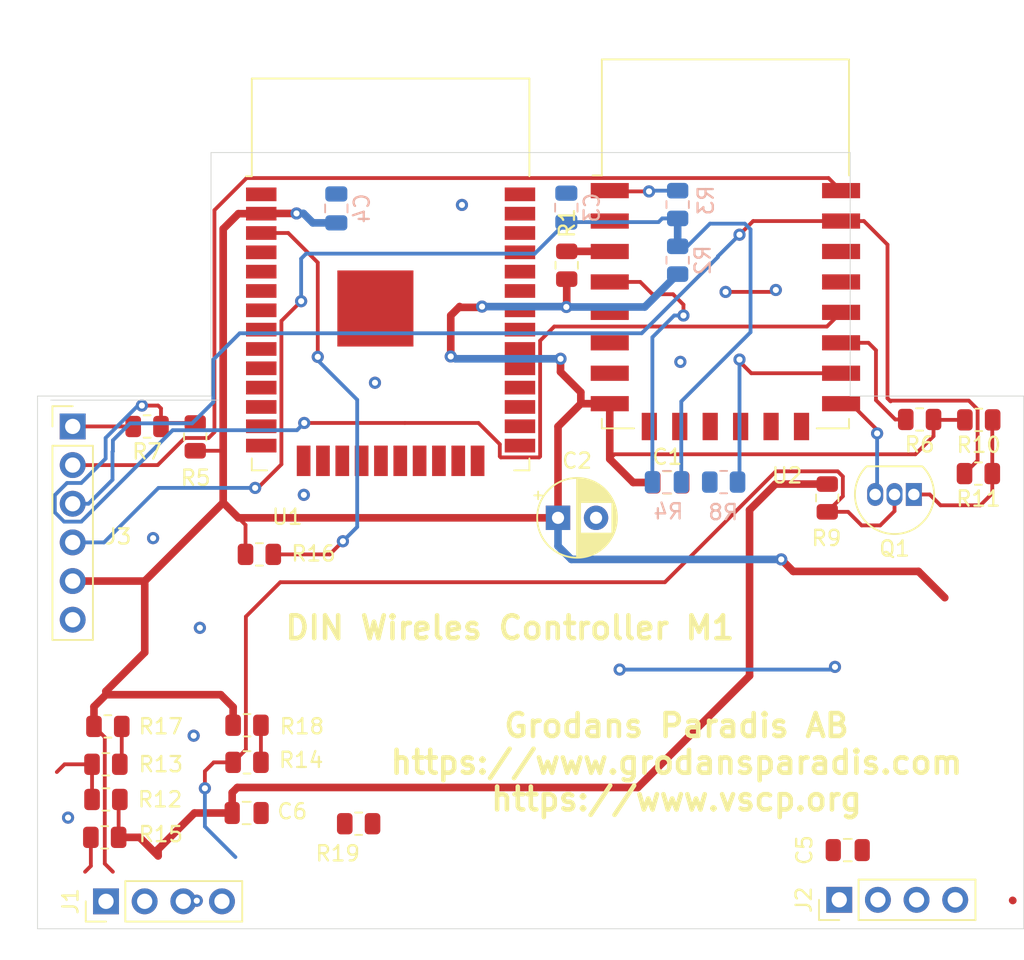
<source format=kicad_pcb>
(kicad_pcb (version 20171130) (host pcbnew 5.1.9+dfsg1-1)

  (general
    (thickness 1.6)
    (drawings 13)
    (tracks 273)
    (zones 0)
    (modules 31)
    (nets 68)
  )

  (page A4)
  (layers
    (0 F.Cu signal)
    (31 B.Cu signal)
    (32 B.Adhes user)
    (33 F.Adhes user)
    (34 B.Paste user)
    (35 F.Paste user)
    (36 B.SilkS user)
    (37 F.SilkS user)
    (38 B.Mask user)
    (39 F.Mask user)
    (40 Dwgs.User user)
    (41 Cmts.User user)
    (42 Eco1.User user)
    (43 Eco2.User user)
    (44 Edge.Cuts user)
    (45 Margin user)
    (46 B.CrtYd user)
    (47 F.CrtYd user)
    (48 B.Fab user)
    (49 F.Fab user)
  )

  (setup
    (last_trace_width 0.25)
    (user_trace_width 0.5)
    (user_trace_width 0.75)
    (user_trace_width 1)
    (trace_clearance 0.2)
    (zone_clearance 0.508)
    (zone_45_only no)
    (trace_min 0.2)
    (via_size 0.8)
    (via_drill 0.4)
    (via_min_size 0.4)
    (via_min_drill 0.3)
    (uvia_size 0.3)
    (uvia_drill 0.1)
    (uvias_allowed no)
    (uvia_min_size 0.2)
    (uvia_min_drill 0.1)
    (edge_width 0.05)
    (segment_width 0.2)
    (pcb_text_width 0.3)
    (pcb_text_size 1.5 1.5)
    (mod_edge_width 0.12)
    (mod_text_size 1 1)
    (mod_text_width 0.15)
    (pad_size 1.524 1.524)
    (pad_drill 0.762)
    (pad_to_mask_clearance 0)
    (aux_axis_origin 0 0)
    (visible_elements FFFFFF7F)
    (pcbplotparams
      (layerselection 0x010fc_ffffffff)
      (usegerberextensions false)
      (usegerberattributes true)
      (usegerberadvancedattributes true)
      (creategerberjobfile true)
      (excludeedgelayer true)
      (linewidth 0.100000)
      (plotframeref false)
      (viasonmask false)
      (mode 1)
      (useauxorigin false)
      (hpglpennumber 1)
      (hpglpenspeed 20)
      (hpglpendiameter 15.000000)
      (psnegative false)
      (psa4output false)
      (plotreference true)
      (plotvalue true)
      (plotinvisibletext false)
      (padsonsilk false)
      (subtractmaskfromsilk false)
      (outputformat 1)
      (mirror false)
      (drillshape 0)
      (scaleselection 1)
      (outputdirectory "gerbers/"))
  )

  (net 0 "")
  (net 1 "Net-(J1-Pad3)")
  (net 2 "Net-(J1-Pad2)")
  (net 3 "Net-(J2-Pad3)")
  (net 4 "Net-(J2-Pad2)")
  (net 5 "Net-(Q1-Pad1)")
  (net 6 "Net-(U1-Pad37)")
  (net 7 "Net-(U1-Pad36)")
  (net 8 "Net-(U1-Pad35)")
  (net 9 "Net-(U1-Pad34)")
  (net 10 "Net-(U1-Pad33)")
  (net 11 "Net-(U1-Pad32)")
  (net 12 "Net-(U1-Pad31)")
  (net 13 "Net-(U1-Pad30)")
  (net 14 "Net-(U1-Pad29)")
  (net 15 "Net-(U1-Pad28)")
  (net 16 "Net-(U1-Pad27)")
  (net 17 "Net-(U1-Pad26)")
  (net 18 "Net-(U1-Pad25)")
  (net 19 "Net-(U1-Pad24)")
  (net 20 "Net-(U1-Pad23)")
  (net 21 "Net-(U1-Pad22)")
  (net 22 "Net-(U1-Pad21)")
  (net 23 "Net-(U1-Pad20)")
  (net 24 "Net-(U1-Pad19)")
  (net 25 "Net-(U1-Pad18)")
  (net 26 "Net-(U1-Pad17)")
  (net 27 "Net-(U1-Pad16)")
  (net 28 "Net-(U1-Pad14)")
  (net 29 "Net-(U1-Pad13)")
  (net 30 "Net-(U1-Pad12)")
  (net 31 "Net-(U1-Pad11)")
  (net 32 "Net-(U1-Pad10)")
  (net 33 "Net-(U1-Pad9)")
  (net 34 "Net-(U1-Pad8)")
  (net 35 "Net-(U1-Pad7)")
  (net 36 "Net-(U1-Pad6)")
  (net 37 "Net-(U1-Pad5)")
  (net 38 "Net-(U1-Pad4)")
  (net 39 GND)
  (net 40 VCC)
  (net 41 /RESET)
  (net 42 VDD)
  (net 43 "Net-(R1-Pad2)")
  (net 44 "Net-(R3-Pad1)")
  (net 45 "Net-(R4-Pad2)")
  (net 46 "Net-(R5-Pad2)")
  (net 47 "Net-(R6-Pad2)")
  (net 48 /FLASH)
  (net 49 "Net-(R8-Pad2)")
  (net 50 /RXD)
  (net 51 "Net-(R13-Pad2)")
  (net 52 "Net-(R14-Pad2)")
  (net 53 "Net-(R15-Pad1)")
  (net 54 "Net-(R16-Pad2)")
  (net 55 /TXD)
  (net 56 "Net-(U2-Pad20)")
  (net 57 "Net-(U2-Pad19)")
  (net 58 "Net-(U2-Pad14)")
  (net 59 "Net-(U2-Pad13)")
  (net 60 "Net-(U2-Pad12)")
  (net 61 "Net-(U2-Pad11)")
  (net 62 "Net-(U2-Pad10)")
  (net 63 "Net-(U2-Pad9)")
  (net 64 "Net-(U2-Pad7)")
  (net 65 "Net-(U2-Pad6)")
  (net 66 "Net-(U2-Pad5)")
  (net 67 "Net-(U2-Pad2)")

  (net_class Default "This is the default net class."
    (clearance 0.2)
    (trace_width 0.25)
    (via_dia 0.8)
    (via_drill 0.4)
    (uvia_dia 0.3)
    (uvia_drill 0.1)
    (add_net /FLASH)
    (add_net /RESET)
    (add_net /RXD)
    (add_net /TXD)
    (add_net GND)
    (add_net "Net-(J1-Pad2)")
    (add_net "Net-(J1-Pad3)")
    (add_net "Net-(J2-Pad2)")
    (add_net "Net-(J2-Pad3)")
    (add_net "Net-(Q1-Pad1)")
    (add_net "Net-(R1-Pad2)")
    (add_net "Net-(R13-Pad2)")
    (add_net "Net-(R14-Pad2)")
    (add_net "Net-(R15-Pad1)")
    (add_net "Net-(R16-Pad2)")
    (add_net "Net-(R3-Pad1)")
    (add_net "Net-(R4-Pad2)")
    (add_net "Net-(R5-Pad2)")
    (add_net "Net-(R6-Pad2)")
    (add_net "Net-(R8-Pad2)")
    (add_net "Net-(U1-Pad10)")
    (add_net "Net-(U1-Pad11)")
    (add_net "Net-(U1-Pad12)")
    (add_net "Net-(U1-Pad13)")
    (add_net "Net-(U1-Pad14)")
    (add_net "Net-(U1-Pad16)")
    (add_net "Net-(U1-Pad17)")
    (add_net "Net-(U1-Pad18)")
    (add_net "Net-(U1-Pad19)")
    (add_net "Net-(U1-Pad20)")
    (add_net "Net-(U1-Pad21)")
    (add_net "Net-(U1-Pad22)")
    (add_net "Net-(U1-Pad23)")
    (add_net "Net-(U1-Pad24)")
    (add_net "Net-(U1-Pad25)")
    (add_net "Net-(U1-Pad26)")
    (add_net "Net-(U1-Pad27)")
    (add_net "Net-(U1-Pad28)")
    (add_net "Net-(U1-Pad29)")
    (add_net "Net-(U1-Pad30)")
    (add_net "Net-(U1-Pad31)")
    (add_net "Net-(U1-Pad32)")
    (add_net "Net-(U1-Pad33)")
    (add_net "Net-(U1-Pad34)")
    (add_net "Net-(U1-Pad35)")
    (add_net "Net-(U1-Pad36)")
    (add_net "Net-(U1-Pad37)")
    (add_net "Net-(U1-Pad4)")
    (add_net "Net-(U1-Pad5)")
    (add_net "Net-(U1-Pad6)")
    (add_net "Net-(U1-Pad7)")
    (add_net "Net-(U1-Pad8)")
    (add_net "Net-(U1-Pad9)")
    (add_net "Net-(U2-Pad10)")
    (add_net "Net-(U2-Pad11)")
    (add_net "Net-(U2-Pad12)")
    (add_net "Net-(U2-Pad13)")
    (add_net "Net-(U2-Pad14)")
    (add_net "Net-(U2-Pad19)")
    (add_net "Net-(U2-Pad2)")
    (add_net "Net-(U2-Pad20)")
    (add_net "Net-(U2-Pad5)")
    (add_net "Net-(U2-Pad6)")
    (add_net "Net-(U2-Pad7)")
    (add_net "Net-(U2-Pad9)")
    (add_net VCC)
    (add_net VDD)
  )

  (module Resistor_SMD:R_0805_2012Metric (layer F.Cu) (tedit 5F68FEEE) (tstamp 60A6C0C1)
    (at 126.3 114.8)
    (descr "Resistor SMD 0805 (2012 Metric), square (rectangular) end terminal, IPC_7351 nominal, (Body size source: IPC-SM-782 page 72, https://www.pcb-3d.com/wordpress/wp-content/uploads/ipc-sm-782a_amendment_1_and_2.pdf), generated with kicad-footprint-generator")
    (tags resistor)
    (path /60D5A79C)
    (attr smd)
    (fp_text reference R19 (at -1.3716 1.9558) (layer F.SilkS)
      (effects (font (size 1 1) (thickness 0.15)))
    )
    (fp_text value 10K (at 0 1.65) (layer F.Fab) hide
      (effects (font (size 1 1) (thickness 0.15)))
    )
    (fp_line (start -1 0.625) (end -1 -0.625) (layer F.Fab) (width 0.1))
    (fp_line (start -1 -0.625) (end 1 -0.625) (layer F.Fab) (width 0.1))
    (fp_line (start 1 -0.625) (end 1 0.625) (layer F.Fab) (width 0.1))
    (fp_line (start 1 0.625) (end -1 0.625) (layer F.Fab) (width 0.1))
    (fp_line (start -0.227064 -0.735) (end 0.227064 -0.735) (layer F.SilkS) (width 0.12))
    (fp_line (start -0.227064 0.735) (end 0.227064 0.735) (layer F.SilkS) (width 0.12))
    (fp_line (start -1.68 0.95) (end -1.68 -0.95) (layer F.CrtYd) (width 0.05))
    (fp_line (start -1.68 -0.95) (end 1.68 -0.95) (layer F.CrtYd) (width 0.05))
    (fp_line (start 1.68 -0.95) (end 1.68 0.95) (layer F.CrtYd) (width 0.05))
    (fp_line (start 1.68 0.95) (end -1.68 0.95) (layer F.CrtYd) (width 0.05))
    (fp_text user %R (at 0 0) (layer F.Fab)
      (effects (font (size 0.5 0.5) (thickness 0.08)))
    )
    (pad 2 smd roundrect (at 0.9125 0) (size 1.025 1.4) (layers F.Cu F.Paste F.Mask) (roundrect_rratio 0.2439014634146341)
      (net 40 VCC))
    (pad 1 smd roundrect (at -0.9125 0) (size 1.025 1.4) (layers F.Cu F.Paste F.Mask) (roundrect_rratio 0.2439014634146341)
      (net 53 "Net-(R15-Pad1)"))
    (model ${KISYS3DMOD}/Resistor_SMD.3dshapes/R_0805_2012Metric.wrl
      (at (xyz 0 0 0))
      (scale (xyz 1 1 1))
      (rotate (xyz 0 0 0))
    )
  )

  (module RF_Module:ESP-12E (layer F.Cu) (tedit 5A030172) (tstamp 60A6A11B)
    (at 150.4 76.7)
    (descr "Wi-Fi Module, http://wiki.ai-thinker.com/_media/esp8266/docs/aithinker_esp_12f_datasheet_en.pdf")
    (tags "Wi-Fi Module")
    (path /60A81AE2)
    (attr smd)
    (fp_text reference U2 (at 4.0498 15.2208) (layer F.SilkS)
      (effects (font (size 1 1) (thickness 0.15)))
    )
    (fp_text value ESP-12E (at -0.06 -12.78) (layer F.Fab)
      (effects (font (size 1 1) (thickness 0.15)))
    )
    (fp_line (start -8 -12) (end 8 -12) (layer F.Fab) (width 0.12))
    (fp_line (start 8 -12) (end 8 12) (layer F.Fab) (width 0.12))
    (fp_line (start 8 12) (end -8 12) (layer F.Fab) (width 0.12))
    (fp_line (start -8 12) (end -8 -3) (layer F.Fab) (width 0.12))
    (fp_line (start -8 -3) (end -7.5 -3.5) (layer F.Fab) (width 0.12))
    (fp_line (start -7.5 -3.5) (end -8 -4) (layer F.Fab) (width 0.12))
    (fp_line (start -8 -4) (end -8 -12) (layer F.Fab) (width 0.12))
    (fp_line (start -9.05 -12.2) (end 9.05 -12.2) (layer F.CrtYd) (width 0.05))
    (fp_line (start 9.05 -12.2) (end 9.05 13.1) (layer F.CrtYd) (width 0.05))
    (fp_line (start 9.05 13.1) (end -9.05 13.1) (layer F.CrtYd) (width 0.05))
    (fp_line (start -9.05 13.1) (end -9.05 -12.2) (layer F.CrtYd) (width 0.05))
    (fp_line (start -8.12 -12.12) (end 8.12 -12.12) (layer F.SilkS) (width 0.12))
    (fp_line (start 8.12 -12.12) (end 8.12 -4.5) (layer F.SilkS) (width 0.12))
    (fp_line (start 8.12 11.5) (end 8.12 12.12) (layer F.SilkS) (width 0.12))
    (fp_line (start 8.12 12.12) (end 6 12.12) (layer F.SilkS) (width 0.12))
    (fp_line (start -6 12.12) (end -8.12 12.12) (layer F.SilkS) (width 0.12))
    (fp_line (start -8.12 12.12) (end -8.12 11.5) (layer F.SilkS) (width 0.12))
    (fp_line (start -8.12 -4.5) (end -8.12 -12.12) (layer F.SilkS) (width 0.12))
    (fp_line (start -8.12 -4.5) (end -8.73 -4.5) (layer F.SilkS) (width 0.12))
    (fp_line (start -8.12 -12.12) (end 8.12 -12.12) (layer Dwgs.User) (width 0.12))
    (fp_line (start 8.12 -12.12) (end 8.12 -4.8) (layer Dwgs.User) (width 0.12))
    (fp_line (start 8.12 -4.8) (end -8.12 -4.8) (layer Dwgs.User) (width 0.12))
    (fp_line (start -8.12 -4.8) (end -8.12 -12.12) (layer Dwgs.User) (width 0.12))
    (fp_line (start -8.12 -9.12) (end -5.12 -12.12) (layer Dwgs.User) (width 0.12))
    (fp_line (start -8.12 -6.12) (end -2.12 -12.12) (layer Dwgs.User) (width 0.12))
    (fp_line (start -6.44 -4.8) (end 0.88 -12.12) (layer Dwgs.User) (width 0.12))
    (fp_line (start -3.44 -4.8) (end 3.88 -12.12) (layer Dwgs.User) (width 0.12))
    (fp_line (start -0.44 -4.8) (end 6.88 -12.12) (layer Dwgs.User) (width 0.12))
    (fp_line (start 2.56 -4.8) (end 8.12 -10.36) (layer Dwgs.User) (width 0.12))
    (fp_line (start 5.56 -4.8) (end 8.12 -7.36) (layer Dwgs.User) (width 0.12))
    (fp_text user %R (at 0.49 -0.8) (layer F.Fab)
      (effects (font (size 1 1) (thickness 0.15)))
    )
    (fp_text user "KEEP-OUT ZONE" (at 0.03 -9.55 180) (layer Cmts.User)
      (effects (font (size 1 1) (thickness 0.15)))
    )
    (fp_text user Antenna (at -0.06 -7 180) (layer Cmts.User)
      (effects (font (size 1 1) (thickness 0.15)))
    )
    (pad 22 smd rect (at 7.6 -3.5) (size 2.5 1) (layers F.Cu F.Paste F.Mask)
      (net 55 /TXD))
    (pad 21 smd rect (at 7.6 -1.5) (size 2.5 1) (layers F.Cu F.Paste F.Mask)
      (net 50 /RXD))
    (pad 20 smd rect (at 7.6 0.5) (size 2.5 1) (layers F.Cu F.Paste F.Mask)
      (net 56 "Net-(U2-Pad20)"))
    (pad 19 smd rect (at 7.6 2.5) (size 2.5 1) (layers F.Cu F.Paste F.Mask)
      (net 57 "Net-(U2-Pad19)"))
    (pad 18 smd rect (at 7.6 4.5) (size 2.5 1) (layers F.Cu F.Paste F.Mask)
      (net 46 "Net-(R5-Pad2)"))
    (pad 17 smd rect (at 7.6 6.5) (size 2.5 1) (layers F.Cu F.Paste F.Mask)
      (net 47 "Net-(R6-Pad2)"))
    (pad 16 smd rect (at 7.6 8.5) (size 2.5 1) (layers F.Cu F.Paste F.Mask)
      (net 49 "Net-(R8-Pad2)"))
    (pad 15 smd rect (at 7.6 10.5) (size 2.5 1) (layers F.Cu F.Paste F.Mask)
      (net 39 GND))
    (pad 14 smd rect (at 5 12) (size 1 1.8) (layers F.Cu F.Paste F.Mask)
      (net 58 "Net-(U2-Pad14)"))
    (pad 13 smd rect (at 3 12) (size 1 1.8) (layers F.Cu F.Paste F.Mask)
      (net 59 "Net-(U2-Pad13)"))
    (pad 12 smd rect (at 1 12) (size 1 1.8) (layers F.Cu F.Paste F.Mask)
      (net 60 "Net-(U2-Pad12)"))
    (pad 11 smd rect (at -1 12) (size 1 1.8) (layers F.Cu F.Paste F.Mask)
      (net 61 "Net-(U2-Pad11)"))
    (pad 10 smd rect (at -3 12) (size 1 1.8) (layers F.Cu F.Paste F.Mask)
      (net 62 "Net-(U2-Pad10)"))
    (pad 9 smd rect (at -5 12) (size 1 1.8) (layers F.Cu F.Paste F.Mask)
      (net 63 "Net-(U2-Pad9)"))
    (pad 8 smd rect (at -7.6 10.5) (size 2.5 1) (layers F.Cu F.Paste F.Mask)
      (net 40 VCC))
    (pad 7 smd rect (at -7.6 8.5) (size 2.5 1) (layers F.Cu F.Paste F.Mask)
      (net 64 "Net-(U2-Pad7)"))
    (pad 6 smd rect (at -7.6 6.5) (size 2.5 1) (layers F.Cu F.Paste F.Mask)
      (net 65 "Net-(U2-Pad6)"))
    (pad 5 smd rect (at -7.6 4.5) (size 2.5 1) (layers F.Cu F.Paste F.Mask)
      (net 66 "Net-(U2-Pad5)"))
    (pad 4 smd rect (at -7.6 2.5) (size 2.5 1) (layers F.Cu F.Paste F.Mask)
      (net 45 "Net-(R4-Pad2)"))
    (pad 3 smd rect (at -7.6 0.5) (size 2.5 1) (layers F.Cu F.Paste F.Mask)
      (net 43 "Net-(R1-Pad2)"))
    (pad 2 smd rect (at -7.6 -1.5) (size 2.5 1) (layers F.Cu F.Paste F.Mask)
      (net 67 "Net-(U2-Pad2)"))
    (pad 1 smd rect (at -7.6 -3.5) (size 2.5 1) (layers F.Cu F.Paste F.Mask)
      (net 44 "Net-(R3-Pad1)"))
    (model ${KISYS3DMOD}/RF_Module.3dshapes/ESP-12E.wrl
      (at (xyz 0 0 0))
      (scale (xyz 1 1 1))
      (rotate (xyz 0 0 0))
    )
  )

  (module RF_Module:ESP32-WROOM-32 (layer F.Cu) (tedit 5B5B4654) (tstamp 60A68181)
    (at 128.4 81.7)
    (descr "Single 2.4 GHz Wi-Fi and Bluetooth combo chip https://www.espressif.com/sites/default/files/documentation/esp32-wroom-32_datasheet_en.pdf")
    (tags "Single 2.4 GHz Wi-Fi and Bluetooth combo  chip")
    (path /60A63DA9)
    (attr smd)
    (fp_text reference U1 (at -6.7924 12.9386 180) (layer F.SilkS)
      (effects (font (size 1 1) (thickness 0.15)))
    )
    (fp_text value ESP32-WROOM-32D (at 0 11.5) (layer F.Fab)
      (effects (font (size 1 1) (thickness 0.15)))
    )
    (fp_line (start -14 -9.97) (end -14 -20.75) (layer Dwgs.User) (width 0.1))
    (fp_line (start 9 9.76) (end 9 -15.745) (layer F.Fab) (width 0.1))
    (fp_line (start -9 9.76) (end 9 9.76) (layer F.Fab) (width 0.1))
    (fp_line (start -9 -15.745) (end -9 -10.02) (layer F.Fab) (width 0.1))
    (fp_line (start -9 -15.745) (end 9 -15.745) (layer F.Fab) (width 0.1))
    (fp_line (start -9.75 10.5) (end -9.75 -9.72) (layer F.CrtYd) (width 0.05))
    (fp_line (start -9.75 10.5) (end 9.75 10.5) (layer F.CrtYd) (width 0.05))
    (fp_line (start 9.75 -9.72) (end 9.75 10.5) (layer F.CrtYd) (width 0.05))
    (fp_line (start -14.25 -21) (end 14.25 -21) (layer F.CrtYd) (width 0.05))
    (fp_line (start -9 -9.02) (end -9 9.76) (layer F.Fab) (width 0.1))
    (fp_line (start -8.5 -9.52) (end -9 -10.02) (layer F.Fab) (width 0.1))
    (fp_line (start -9 -9.02) (end -8.5 -9.52) (layer F.Fab) (width 0.1))
    (fp_line (start 14 -9.97) (end -14 -9.97) (layer Dwgs.User) (width 0.1))
    (fp_line (start 14 -9.97) (end 14 -20.75) (layer Dwgs.User) (width 0.1))
    (fp_line (start 14 -20.75) (end -14 -20.75) (layer Dwgs.User) (width 0.1))
    (fp_line (start -14.25 -21) (end -14.25 -9.72) (layer F.CrtYd) (width 0.05))
    (fp_line (start 14.25 -21) (end 14.25 -9.72) (layer F.CrtYd) (width 0.05))
    (fp_line (start -14.25 -9.72) (end -9.75 -9.72) (layer F.CrtYd) (width 0.05))
    (fp_line (start 9.75 -9.72) (end 14.25 -9.72) (layer F.CrtYd) (width 0.05))
    (fp_line (start -12.525 -20.75) (end -14 -19.66) (layer Dwgs.User) (width 0.1))
    (fp_line (start -10.525 -20.75) (end -14 -18.045) (layer Dwgs.User) (width 0.1))
    (fp_line (start -8.525 -20.75) (end -14 -16.43) (layer Dwgs.User) (width 0.1))
    (fp_line (start -6.525 -20.75) (end -14 -14.815) (layer Dwgs.User) (width 0.1))
    (fp_line (start -4.525 -20.75) (end -14 -13.2) (layer Dwgs.User) (width 0.1))
    (fp_line (start -2.525 -20.75) (end -14 -11.585) (layer Dwgs.User) (width 0.1))
    (fp_line (start -0.525 -20.75) (end -14 -9.97) (layer Dwgs.User) (width 0.1))
    (fp_line (start 1.475 -20.75) (end -12 -9.97) (layer Dwgs.User) (width 0.1))
    (fp_line (start 3.475 -20.75) (end -10 -9.97) (layer Dwgs.User) (width 0.1))
    (fp_line (start -8 -9.97) (end 5.475 -20.75) (layer Dwgs.User) (width 0.1))
    (fp_line (start 7.475 -20.75) (end -6 -9.97) (layer Dwgs.User) (width 0.1))
    (fp_line (start 9.475 -20.75) (end -4 -9.97) (layer Dwgs.User) (width 0.1))
    (fp_line (start 11.475 -20.75) (end -2 -9.97) (layer Dwgs.User) (width 0.1))
    (fp_line (start 13.475 -20.75) (end 0 -9.97) (layer Dwgs.User) (width 0.1))
    (fp_line (start 14 -19.66) (end 2 -9.97) (layer Dwgs.User) (width 0.1))
    (fp_line (start 14 -18.045) (end 4 -9.97) (layer Dwgs.User) (width 0.1))
    (fp_line (start 14 -16.43) (end 6 -9.97) (layer Dwgs.User) (width 0.1))
    (fp_line (start 14 -14.815) (end 8 -9.97) (layer Dwgs.User) (width 0.1))
    (fp_line (start 14 -13.2) (end 10 -9.97) (layer Dwgs.User) (width 0.1))
    (fp_line (start 14 -11.585) (end 12 -9.97) (layer Dwgs.User) (width 0.1))
    (fp_line (start 9.2 -13.875) (end 13.8 -13.875) (layer Cmts.User) (width 0.1))
    (fp_line (start 13.8 -13.875) (end 13.6 -14.075) (layer Cmts.User) (width 0.1))
    (fp_line (start 13.8 -13.875) (end 13.6 -13.675) (layer Cmts.User) (width 0.1))
    (fp_line (start 9.2 -13.875) (end 9.4 -14.075) (layer Cmts.User) (width 0.1))
    (fp_line (start 9.2 -13.875) (end 9.4 -13.675) (layer Cmts.User) (width 0.1))
    (fp_line (start -13.8 -13.875) (end -13.6 -14.075) (layer Cmts.User) (width 0.1))
    (fp_line (start -13.8 -13.875) (end -13.6 -13.675) (layer Cmts.User) (width 0.1))
    (fp_line (start -9.2 -13.875) (end -9.4 -13.675) (layer Cmts.User) (width 0.1))
    (fp_line (start -13.8 -13.875) (end -9.2 -13.875) (layer Cmts.User) (width 0.1))
    (fp_line (start -9.2 -13.875) (end -9.4 -14.075) (layer Cmts.User) (width 0.1))
    (fp_line (start 8.4 -16) (end 8.2 -16.2) (layer Cmts.User) (width 0.1))
    (fp_line (start 8.4 -16) (end 8.6 -16.2) (layer Cmts.User) (width 0.1))
    (fp_line (start 8.4 -20.6) (end 8.6 -20.4) (layer Cmts.User) (width 0.1))
    (fp_line (start 8.4 -16) (end 8.4 -20.6) (layer Cmts.User) (width 0.1))
    (fp_line (start 8.4 -20.6) (end 8.2 -20.4) (layer Cmts.User) (width 0.1))
    (fp_line (start -9.12 9.1) (end -9.12 9.88) (layer F.SilkS) (width 0.12))
    (fp_line (start -9.12 9.88) (end -8.12 9.88) (layer F.SilkS) (width 0.12))
    (fp_line (start 9.12 9.1) (end 9.12 9.88) (layer F.SilkS) (width 0.12))
    (fp_line (start 9.12 9.88) (end 8.12 9.88) (layer F.SilkS) (width 0.12))
    (fp_line (start -9.12 -15.865) (end 9.12 -15.865) (layer F.SilkS) (width 0.12))
    (fp_line (start 9.12 -15.865) (end 9.12 -9.445) (layer F.SilkS) (width 0.12))
    (fp_line (start -9.12 -15.865) (end -9.12 -9.445) (layer F.SilkS) (width 0.12))
    (fp_line (start -9.12 -9.445) (end -9.5 -9.445) (layer F.SilkS) (width 0.12))
    (fp_text user "5 mm" (at 7.8 -19.075 90) (layer Cmts.User)
      (effects (font (size 0.5 0.5) (thickness 0.1)))
    )
    (fp_text user "5 mm" (at -11.2 -14.375) (layer Cmts.User)
      (effects (font (size 0.5 0.5) (thickness 0.1)))
    )
    (fp_text user "5 mm" (at 11.8 -14.375) (layer Cmts.User)
      (effects (font (size 0.5 0.5) (thickness 0.1)))
    )
    (fp_text user Antenna (at 0 -13) (layer Cmts.User)
      (effects (font (size 1 1) (thickness 0.15)))
    )
    (fp_text user "KEEP-OUT ZONE" (at 0 -19) (layer Cmts.User)
      (effects (font (size 1 1) (thickness 0.15)))
    )
    (fp_text user %R (at 0 0) (layer F.Fab)
      (effects (font (size 1 1) (thickness 0.15)))
    )
    (pad 38 smd rect (at 8.5 -8.255) (size 2 0.9) (layers F.Cu F.Paste F.Mask)
      (net 39 GND))
    (pad 37 smd rect (at 8.5 -6.985) (size 2 0.9) (layers F.Cu F.Paste F.Mask)
      (net 6 "Net-(U1-Pad37)"))
    (pad 36 smd rect (at 8.5 -5.715) (size 2 0.9) (layers F.Cu F.Paste F.Mask)
      (net 7 "Net-(U1-Pad36)"))
    (pad 35 smd rect (at 8.5 -4.445) (size 2 0.9) (layers F.Cu F.Paste F.Mask)
      (net 8 "Net-(U1-Pad35)"))
    (pad 34 smd rect (at 8.5 -3.175) (size 2 0.9) (layers F.Cu F.Paste F.Mask)
      (net 9 "Net-(U1-Pad34)"))
    (pad 33 smd rect (at 8.5 -1.905) (size 2 0.9) (layers F.Cu F.Paste F.Mask)
      (net 10 "Net-(U1-Pad33)"))
    (pad 32 smd rect (at 8.5 -0.635) (size 2 0.9) (layers F.Cu F.Paste F.Mask)
      (net 11 "Net-(U1-Pad32)"))
    (pad 31 smd rect (at 8.5 0.635) (size 2 0.9) (layers F.Cu F.Paste F.Mask)
      (net 12 "Net-(U1-Pad31)"))
    (pad 30 smd rect (at 8.5 1.905) (size 2 0.9) (layers F.Cu F.Paste F.Mask)
      (net 13 "Net-(U1-Pad30)"))
    (pad 29 smd rect (at 8.5 3.175) (size 2 0.9) (layers F.Cu F.Paste F.Mask)
      (net 14 "Net-(U1-Pad29)"))
    (pad 28 smd rect (at 8.5 4.445) (size 2 0.9) (layers F.Cu F.Paste F.Mask)
      (net 15 "Net-(U1-Pad28)"))
    (pad 27 smd rect (at 8.5 5.715) (size 2 0.9) (layers F.Cu F.Paste F.Mask)
      (net 16 "Net-(U1-Pad27)"))
    (pad 26 smd rect (at 8.5 6.985) (size 2 0.9) (layers F.Cu F.Paste F.Mask)
      (net 17 "Net-(U1-Pad26)"))
    (pad 25 smd rect (at 8.5 8.255) (size 2 0.9) (layers F.Cu F.Paste F.Mask)
      (net 18 "Net-(U1-Pad25)"))
    (pad 24 smd rect (at 5.715 9.255 90) (size 2 0.9) (layers F.Cu F.Paste F.Mask)
      (net 19 "Net-(U1-Pad24)"))
    (pad 23 smd rect (at 4.445 9.255 90) (size 2 0.9) (layers F.Cu F.Paste F.Mask)
      (net 20 "Net-(U1-Pad23)"))
    (pad 22 smd rect (at 3.175 9.255 90) (size 2 0.9) (layers F.Cu F.Paste F.Mask)
      (net 21 "Net-(U1-Pad22)"))
    (pad 21 smd rect (at 1.905 9.255 90) (size 2 0.9) (layers F.Cu F.Paste F.Mask)
      (net 22 "Net-(U1-Pad21)"))
    (pad 20 smd rect (at 0.635 9.255 90) (size 2 0.9) (layers F.Cu F.Paste F.Mask)
      (net 23 "Net-(U1-Pad20)"))
    (pad 19 smd rect (at -0.635 9.255 90) (size 2 0.9) (layers F.Cu F.Paste F.Mask)
      (net 24 "Net-(U1-Pad19)"))
    (pad 18 smd rect (at -1.905 9.255 90) (size 2 0.9) (layers F.Cu F.Paste F.Mask)
      (net 25 "Net-(U1-Pad18)"))
    (pad 17 smd rect (at -3.175 9.255 90) (size 2 0.9) (layers F.Cu F.Paste F.Mask)
      (net 26 "Net-(U1-Pad17)"))
    (pad 16 smd rect (at -4.445 9.255 90) (size 2 0.9) (layers F.Cu F.Paste F.Mask)
      (net 27 "Net-(U1-Pad16)"))
    (pad 15 smd rect (at -5.715 9.255 90) (size 2 0.9) (layers F.Cu F.Paste F.Mask)
      (net 39 GND))
    (pad 14 smd rect (at -8.5 8.255) (size 2 0.9) (layers F.Cu F.Paste F.Mask)
      (net 28 "Net-(U1-Pad14)"))
    (pad 13 smd rect (at -8.5 6.985) (size 2 0.9) (layers F.Cu F.Paste F.Mask)
      (net 29 "Net-(U1-Pad13)"))
    (pad 12 smd rect (at -8.5 5.715) (size 2 0.9) (layers F.Cu F.Paste F.Mask)
      (net 30 "Net-(U1-Pad12)"))
    (pad 11 smd rect (at -8.5 4.445) (size 2 0.9) (layers F.Cu F.Paste F.Mask)
      (net 31 "Net-(U1-Pad11)"))
    (pad 10 smd rect (at -8.5 3.175) (size 2 0.9) (layers F.Cu F.Paste F.Mask)
      (net 32 "Net-(U1-Pad10)"))
    (pad 9 smd rect (at -8.5 1.905) (size 2 0.9) (layers F.Cu F.Paste F.Mask)
      (net 33 "Net-(U1-Pad9)"))
    (pad 8 smd rect (at -8.5 0.635) (size 2 0.9) (layers F.Cu F.Paste F.Mask)
      (net 34 "Net-(U1-Pad8)"))
    (pad 7 smd rect (at -8.5 -0.635) (size 2 0.9) (layers F.Cu F.Paste F.Mask)
      (net 35 "Net-(U1-Pad7)"))
    (pad 6 smd rect (at -8.5 -1.905) (size 2 0.9) (layers F.Cu F.Paste F.Mask)
      (net 36 "Net-(U1-Pad6)"))
    (pad 5 smd rect (at -8.5 -3.175) (size 2 0.9) (layers F.Cu F.Paste F.Mask)
      (net 37 "Net-(U1-Pad5)"))
    (pad 4 smd rect (at -8.5 -4.445) (size 2 0.9) (layers F.Cu F.Paste F.Mask)
      (net 38 "Net-(U1-Pad4)"))
    (pad 3 smd rect (at -8.5 -5.715) (size 2 0.9) (layers F.Cu F.Paste F.Mask)
      (net 54 "Net-(R16-Pad2)"))
    (pad 2 smd rect (at -8.5 -6.985) (size 2 0.9) (layers F.Cu F.Paste F.Mask)
      (net 40 VCC))
    (pad 1 smd rect (at -8.5 -8.255) (size 2 0.9) (layers F.Cu F.Paste F.Mask)
      (net 39 GND))
    (pad 39 smd rect (at -1 -0.755) (size 5 5) (layers F.Cu F.Paste F.Mask)
      (net 39 GND))
    (model ${KISYS3DMOD}/RF_Module.3dshapes/ESP32-WROOM-32.wrl
      (at (xyz 0 0 0))
      (scale (xyz 1 1 1))
      (rotate (xyz 0 0 0))
    )
  )

  (module Connector_PinHeader_2.54mm:PinHeader_1x06_P2.54mm_Vertical (layer F.Cu) (tedit 59FED5CC) (tstamp 60A6EBAB)
    (at 107.5106 88.695)
    (descr "Through hole straight pin header, 1x06, 2.54mm pitch, single row")
    (tags "Through hole pin header THT 1x06 2.54mm single row")
    (path /60E3EE29)
    (fp_text reference J3 (at 2.9972 7.239) (layer F.SilkS)
      (effects (font (size 1 1) (thickness 0.15)))
    )
    (fp_text value Conn_01x06 (at 0 15.03) (layer F.Fab) hide
      (effects (font (size 1 1) (thickness 0.15)))
    )
    (fp_line (start -0.635 -1.27) (end 1.27 -1.27) (layer F.Fab) (width 0.1))
    (fp_line (start 1.27 -1.27) (end 1.27 13.97) (layer F.Fab) (width 0.1))
    (fp_line (start 1.27 13.97) (end -1.27 13.97) (layer F.Fab) (width 0.1))
    (fp_line (start -1.27 13.97) (end -1.27 -0.635) (layer F.Fab) (width 0.1))
    (fp_line (start -1.27 -0.635) (end -0.635 -1.27) (layer F.Fab) (width 0.1))
    (fp_line (start -1.33 14.03) (end 1.33 14.03) (layer F.SilkS) (width 0.12))
    (fp_line (start -1.33 1.27) (end -1.33 14.03) (layer F.SilkS) (width 0.12))
    (fp_line (start 1.33 1.27) (end 1.33 14.03) (layer F.SilkS) (width 0.12))
    (fp_line (start -1.33 1.27) (end 1.33 1.27) (layer F.SilkS) (width 0.12))
    (fp_line (start -1.33 0) (end -1.33 -1.33) (layer F.SilkS) (width 0.12))
    (fp_line (start -1.33 -1.33) (end 0 -1.33) (layer F.SilkS) (width 0.12))
    (fp_line (start -1.8 -1.8) (end -1.8 14.5) (layer F.CrtYd) (width 0.05))
    (fp_line (start -1.8 14.5) (end 1.8 14.5) (layer F.CrtYd) (width 0.05))
    (fp_line (start 1.8 14.5) (end 1.8 -1.8) (layer F.CrtYd) (width 0.05))
    (fp_line (start 1.8 -1.8) (end -1.8 -1.8) (layer F.CrtYd) (width 0.05))
    (fp_text user %R (at 0 6.35 90) (layer F.Fab)
      (effects (font (size 1 1) (thickness 0.15)))
    )
    (pad 6 thru_hole oval (at 0 12.7) (size 1.7 1.7) (drill 1) (layers *.Cu *.Mask)
      (net 39 GND))
    (pad 5 thru_hole oval (at 0 10.16) (size 1.7 1.7) (drill 1) (layers *.Cu *.Mask)
      (net 40 VCC))
    (pad 4 thru_hole oval (at 0 7.62) (size 1.7 1.7) (drill 1) (layers *.Cu *.Mask)
      (net 41 /RESET))
    (pad 3 thru_hole oval (at 0 5.08) (size 1.7 1.7) (drill 1) (layers *.Cu *.Mask)
      (net 50 /RXD))
    (pad 2 thru_hole oval (at 0 2.54) (size 1.7 1.7) (drill 1) (layers *.Cu *.Mask)
      (net 55 /TXD))
    (pad 1 thru_hole rect (at 0 0) (size 1.7 1.7) (drill 1) (layers *.Cu *.Mask)
      (net 48 /FLASH))
    (model ${KISYS3DMOD}/Connector_PinHeader_2.54mm.3dshapes/PinHeader_1x06_P2.54mm_Vertical.wrl
      (at (xyz 0 0 0))
      (scale (xyz 1 1 1))
      (rotate (xyz 0 0 0))
    )
  )

  (module Resistor_SMD:R_0805_2012Metric (layer F.Cu) (tedit 5F68FEEE) (tstamp 60A69FBC)
    (at 118.966 108.3292 180)
    (descr "Resistor SMD 0805 (2012 Metric), square (rectangular) end terminal, IPC_7351 nominal, (Body size source: IPC-SM-782 page 72, https://www.pcb-3d.com/wordpress/wp-content/uploads/ipc-sm-782a_amendment_1_and_2.pdf), generated with kicad-footprint-generator")
    (tags resistor)
    (path /60CD5278)
    (attr smd)
    (fp_text reference R18 (at -3.6068 -0.0762) (layer F.SilkS)
      (effects (font (size 1 1) (thickness 0.15)))
    )
    (fp_text value 4k7 (at 0 1.65) (layer F.Fab) hide
      (effects (font (size 1 1) (thickness 0.15)))
    )
    (fp_line (start -1 0.625) (end -1 -0.625) (layer F.Fab) (width 0.1))
    (fp_line (start -1 -0.625) (end 1 -0.625) (layer F.Fab) (width 0.1))
    (fp_line (start 1 -0.625) (end 1 0.625) (layer F.Fab) (width 0.1))
    (fp_line (start 1 0.625) (end -1 0.625) (layer F.Fab) (width 0.1))
    (fp_line (start -0.227064 -0.735) (end 0.227064 -0.735) (layer F.SilkS) (width 0.12))
    (fp_line (start -0.227064 0.735) (end 0.227064 0.735) (layer F.SilkS) (width 0.12))
    (fp_line (start -1.68 0.95) (end -1.68 -0.95) (layer F.CrtYd) (width 0.05))
    (fp_line (start -1.68 -0.95) (end 1.68 -0.95) (layer F.CrtYd) (width 0.05))
    (fp_line (start 1.68 -0.95) (end 1.68 0.95) (layer F.CrtYd) (width 0.05))
    (fp_line (start 1.68 0.95) (end -1.68 0.95) (layer F.CrtYd) (width 0.05))
    (fp_text user %R (at 0 0) (layer F.Fab)
      (effects (font (size 0.5 0.5) (thickness 0.08)))
    )
    (pad 2 smd roundrect (at 0.9125 0 180) (size 1.025 1.4) (layers F.Cu F.Paste F.Mask) (roundrect_rratio 0.2439014634146341)
      (net 40 VCC))
    (pad 1 smd roundrect (at -0.9125 0 180) (size 1.025 1.4) (layers F.Cu F.Paste F.Mask) (roundrect_rratio 0.2439014634146341)
      (net 52 "Net-(R14-Pad2)"))
    (model ${KISYS3DMOD}/Resistor_SMD.3dshapes/R_0805_2012Metric.wrl
      (at (xyz 0 0 0))
      (scale (xyz 1 1 1))
      (rotate (xyz 0 0 0))
    )
  )

  (module Resistor_SMD:R_0805_2012Metric (layer F.Cu) (tedit 5F68FEEE) (tstamp 60A69FAB)
    (at 109.822 108.4054 180)
    (descr "Resistor SMD 0805 (2012 Metric), square (rectangular) end terminal, IPC_7351 nominal, (Body size source: IPC-SM-782 page 72, https://www.pcb-3d.com/wordpress/wp-content/uploads/ipc-sm-782a_amendment_1_and_2.pdf), generated with kicad-footprint-generator")
    (tags resistor)
    (path /60CD4833)
    (attr smd)
    (fp_text reference R17 (at -3.4798 0) (layer F.SilkS)
      (effects (font (size 1 1) (thickness 0.15)))
    )
    (fp_text value 4k7 (at 0 1.65) (layer F.Fab) hide
      (effects (font (size 1 1) (thickness 0.15)))
    )
    (fp_line (start -1 0.625) (end -1 -0.625) (layer F.Fab) (width 0.1))
    (fp_line (start -1 -0.625) (end 1 -0.625) (layer F.Fab) (width 0.1))
    (fp_line (start 1 -0.625) (end 1 0.625) (layer F.Fab) (width 0.1))
    (fp_line (start 1 0.625) (end -1 0.625) (layer F.Fab) (width 0.1))
    (fp_line (start -0.227064 -0.735) (end 0.227064 -0.735) (layer F.SilkS) (width 0.12))
    (fp_line (start -0.227064 0.735) (end 0.227064 0.735) (layer F.SilkS) (width 0.12))
    (fp_line (start -1.68 0.95) (end -1.68 -0.95) (layer F.CrtYd) (width 0.05))
    (fp_line (start -1.68 -0.95) (end 1.68 -0.95) (layer F.CrtYd) (width 0.05))
    (fp_line (start 1.68 -0.95) (end 1.68 0.95) (layer F.CrtYd) (width 0.05))
    (fp_line (start 1.68 0.95) (end -1.68 0.95) (layer F.CrtYd) (width 0.05))
    (fp_text user %R (at 0 0) (layer F.Fab)
      (effects (font (size 0.5 0.5) (thickness 0.08)))
    )
    (pad 2 smd roundrect (at 0.9125 0 180) (size 1.025 1.4) (layers F.Cu F.Paste F.Mask) (roundrect_rratio 0.2439014634146341)
      (net 40 VCC))
    (pad 1 smd roundrect (at -0.9125 0 180) (size 1.025 1.4) (layers F.Cu F.Paste F.Mask) (roundrect_rratio 0.2439014634146341)
      (net 51 "Net-(R13-Pad2)"))
    (model ${KISYS3DMOD}/Resistor_SMD.3dshapes/R_0805_2012Metric.wrl
      (at (xyz 0 0 0))
      (scale (xyz 1 1 1))
      (rotate (xyz 0 0 0))
    )
  )

  (module Resistor_SMD:R_0805_2012Metric (layer F.Cu) (tedit 5F68FEEE) (tstamp 60A69F9A)
    (at 119.7788 97.1024)
    (descr "Resistor SMD 0805 (2012 Metric), square (rectangular) end terminal, IPC_7351 nominal, (Body size source: IPC-SM-782 page 72, https://www.pcb-3d.com/wordpress/wp-content/uploads/ipc-sm-782a_amendment_1_and_2.pdf), generated with kicad-footprint-generator")
    (tags resistor)
    (path /60C74399)
    (attr smd)
    (fp_text reference R16 (at 3.556 -0.0508) (layer F.SilkS)
      (effects (font (size 1 1) (thickness 0.15)))
    )
    (fp_text value 10K (at 0 1.65) (layer F.Fab) hide
      (effects (font (size 1 1) (thickness 0.15)))
    )
    (fp_line (start -1 0.625) (end -1 -0.625) (layer F.Fab) (width 0.1))
    (fp_line (start -1 -0.625) (end 1 -0.625) (layer F.Fab) (width 0.1))
    (fp_line (start 1 -0.625) (end 1 0.625) (layer F.Fab) (width 0.1))
    (fp_line (start 1 0.625) (end -1 0.625) (layer F.Fab) (width 0.1))
    (fp_line (start -0.227064 -0.735) (end 0.227064 -0.735) (layer F.SilkS) (width 0.12))
    (fp_line (start -0.227064 0.735) (end 0.227064 0.735) (layer F.SilkS) (width 0.12))
    (fp_line (start -1.68 0.95) (end -1.68 -0.95) (layer F.CrtYd) (width 0.05))
    (fp_line (start -1.68 -0.95) (end 1.68 -0.95) (layer F.CrtYd) (width 0.05))
    (fp_line (start 1.68 -0.95) (end 1.68 0.95) (layer F.CrtYd) (width 0.05))
    (fp_line (start 1.68 0.95) (end -1.68 0.95) (layer F.CrtYd) (width 0.05))
    (fp_text user %R (at 0 0) (layer F.Fab)
      (effects (font (size 0.5 0.5) (thickness 0.08)))
    )
    (pad 2 smd roundrect (at 0.9125 0) (size 1.025 1.4) (layers F.Cu F.Paste F.Mask) (roundrect_rratio 0.2439014634146341)
      (net 54 "Net-(R16-Pad2)"))
    (pad 1 smd roundrect (at -0.9125 0) (size 1.025 1.4) (layers F.Cu F.Paste F.Mask) (roundrect_rratio 0.2439014634146341)
      (net 40 VCC))
    (model ${KISYS3DMOD}/Resistor_SMD.3dshapes/R_0805_2012Metric.wrl
      (at (xyz 0 0 0))
      (scale (xyz 1 1 1))
      (rotate (xyz 0 0 0))
    )
  )

  (module Resistor_SMD:R_0805_2012Metric (layer F.Cu) (tedit 5F68FEEE) (tstamp 60A70424)
    (at 109.6169 115.6952)
    (descr "Resistor SMD 0805 (2012 Metric), square (rectangular) end terminal, IPC_7351 nominal, (Body size source: IPC-SM-782 page 72, https://www.pcb-3d.com/wordpress/wp-content/uploads/ipc-sm-782a_amendment_1_and_2.pdf), generated with kicad-footprint-generator")
    (tags resistor)
    (path /60BFF910)
    (attr smd)
    (fp_text reference R15 (at 3.6849 -0.2032) (layer F.SilkS)
      (effects (font (size 1 1) (thickness 0.15)))
    )
    (fp_text value 0R (at 0 1.65) (layer F.Fab) hide
      (effects (font (size 1 1) (thickness 0.15)))
    )
    (fp_line (start -1 0.625) (end -1 -0.625) (layer F.Fab) (width 0.1))
    (fp_line (start -1 -0.625) (end 1 -0.625) (layer F.Fab) (width 0.1))
    (fp_line (start 1 -0.625) (end 1 0.625) (layer F.Fab) (width 0.1))
    (fp_line (start 1 0.625) (end -1 0.625) (layer F.Fab) (width 0.1))
    (fp_line (start -0.227064 -0.735) (end 0.227064 -0.735) (layer F.SilkS) (width 0.12))
    (fp_line (start -0.227064 0.735) (end 0.227064 0.735) (layer F.SilkS) (width 0.12))
    (fp_line (start -1.68 0.95) (end -1.68 -0.95) (layer F.CrtYd) (width 0.05))
    (fp_line (start -1.68 -0.95) (end 1.68 -0.95) (layer F.CrtYd) (width 0.05))
    (fp_line (start 1.68 -0.95) (end 1.68 0.95) (layer F.CrtYd) (width 0.05))
    (fp_line (start 1.68 0.95) (end -1.68 0.95) (layer F.CrtYd) (width 0.05))
    (fp_text user %R (at 0 0) (layer F.Fab)
      (effects (font (size 0.5 0.5) (thickness 0.08)))
    )
    (pad 2 smd roundrect (at 0.9125 0) (size 1.025 1.4) (layers F.Cu F.Paste F.Mask) (roundrect_rratio 0.2439014634146341)
      (net 42 VDD))
    (pad 1 smd roundrect (at -0.9125 0) (size 1.025 1.4) (layers F.Cu F.Paste F.Mask) (roundrect_rratio 0.2439014634146341)
      (net 53 "Net-(R15-Pad1)"))
    (model ${KISYS3DMOD}/Resistor_SMD.3dshapes/R_0805_2012Metric.wrl
      (at (xyz 0 0 0))
      (scale (xyz 1 1 1))
      (rotate (xyz 0 0 0))
    )
  )

  (module Resistor_SMD:R_0805_2012Metric (layer F.Cu) (tedit 5F68FEEE) (tstamp 60A69F78)
    (at 118.966 110.7676)
    (descr "Resistor SMD 0805 (2012 Metric), square (rectangular) end terminal, IPC_7351 nominal, (Body size source: IPC-SM-782 page 72, https://www.pcb-3d.com/wordpress/wp-content/uploads/ipc-sm-782a_amendment_1_and_2.pdf), generated with kicad-footprint-generator")
    (tags resistor)
    (path /60BB0D5C)
    (attr smd)
    (fp_text reference R14 (at 3.556 -0.1524) (layer F.SilkS)
      (effects (font (size 1 1) (thickness 0.15)))
    )
    (fp_text value 0R (at 0 1.65) (layer F.Fab) hide
      (effects (font (size 1 1) (thickness 0.15)))
    )
    (fp_line (start -1 0.625) (end -1 -0.625) (layer F.Fab) (width 0.1))
    (fp_line (start -1 -0.625) (end 1 -0.625) (layer F.Fab) (width 0.1))
    (fp_line (start 1 -0.625) (end 1 0.625) (layer F.Fab) (width 0.1))
    (fp_line (start 1 0.625) (end -1 0.625) (layer F.Fab) (width 0.1))
    (fp_line (start -0.227064 -0.735) (end 0.227064 -0.735) (layer F.SilkS) (width 0.12))
    (fp_line (start -0.227064 0.735) (end 0.227064 0.735) (layer F.SilkS) (width 0.12))
    (fp_line (start -1.68 0.95) (end -1.68 -0.95) (layer F.CrtYd) (width 0.05))
    (fp_line (start -1.68 -0.95) (end 1.68 -0.95) (layer F.CrtYd) (width 0.05))
    (fp_line (start 1.68 -0.95) (end 1.68 0.95) (layer F.CrtYd) (width 0.05))
    (fp_line (start 1.68 0.95) (end -1.68 0.95) (layer F.CrtYd) (width 0.05))
    (fp_text user %R (at 0 0) (layer F.Fab)
      (effects (font (size 0.5 0.5) (thickness 0.08)))
    )
    (pad 2 smd roundrect (at 0.9125 0) (size 1.025 1.4) (layers F.Cu F.Paste F.Mask) (roundrect_rratio 0.2439014634146341)
      (net 52 "Net-(R14-Pad2)"))
    (pad 1 smd roundrect (at -0.9125 0) (size 1.025 1.4) (layers F.Cu F.Paste F.Mask) (roundrect_rratio 0.2439014634146341)
      (net 1 "Net-(J1-Pad3)"))
    (model ${KISYS3DMOD}/Resistor_SMD.3dshapes/R_0805_2012Metric.wrl
      (at (xyz 0 0 0))
      (scale (xyz 1 1 1))
      (rotate (xyz 0 0 0))
    )
  )

  (module Resistor_SMD:R_0805_2012Metric (layer F.Cu) (tedit 5F68FEEE) (tstamp 60A69F67)
    (at 109.6931 110.8946)
    (descr "Resistor SMD 0805 (2012 Metric), square (rectangular) end terminal, IPC_7351 nominal, (Body size source: IPC-SM-782 page 72, https://www.pcb-3d.com/wordpress/wp-content/uploads/ipc-sm-782a_amendment_1_and_2.pdf), generated with kicad-footprint-generator")
    (tags resistor)
    (path /60B926B3)
    (attr smd)
    (fp_text reference R13 (at 3.6087 0) (layer F.SilkS)
      (effects (font (size 1 1) (thickness 0.15)))
    )
    (fp_text value 0R (at 0 1.65) (layer F.Fab) hide
      (effects (font (size 1 1) (thickness 0.15)))
    )
    (fp_line (start -1 0.625) (end -1 -0.625) (layer F.Fab) (width 0.1))
    (fp_line (start -1 -0.625) (end 1 -0.625) (layer F.Fab) (width 0.1))
    (fp_line (start 1 -0.625) (end 1 0.625) (layer F.Fab) (width 0.1))
    (fp_line (start 1 0.625) (end -1 0.625) (layer F.Fab) (width 0.1))
    (fp_line (start -0.227064 -0.735) (end 0.227064 -0.735) (layer F.SilkS) (width 0.12))
    (fp_line (start -0.227064 0.735) (end 0.227064 0.735) (layer F.SilkS) (width 0.12))
    (fp_line (start -1.68 0.95) (end -1.68 -0.95) (layer F.CrtYd) (width 0.05))
    (fp_line (start -1.68 -0.95) (end 1.68 -0.95) (layer F.CrtYd) (width 0.05))
    (fp_line (start 1.68 -0.95) (end 1.68 0.95) (layer F.CrtYd) (width 0.05))
    (fp_line (start 1.68 0.95) (end -1.68 0.95) (layer F.CrtYd) (width 0.05))
    (fp_text user %R (at 0 0) (layer F.Fab)
      (effects (font (size 0.5 0.5) (thickness 0.08)))
    )
    (pad 2 smd roundrect (at 0.9125 0) (size 1.025 1.4) (layers F.Cu F.Paste F.Mask) (roundrect_rratio 0.2439014634146341)
      (net 51 "Net-(R13-Pad2)"))
    (pad 1 smd roundrect (at -0.9125 0) (size 1.025 1.4) (layers F.Cu F.Paste F.Mask) (roundrect_rratio 0.2439014634146341)
      (net 2 "Net-(J1-Pad2)"))
    (model ${KISYS3DMOD}/Resistor_SMD.3dshapes/R_0805_2012Metric.wrl
      (at (xyz 0 0 0))
      (scale (xyz 1 1 1))
      (rotate (xyz 0 0 0))
    )
  )

  (module Resistor_SMD:R_0805_2012Metric (layer F.Cu) (tedit 5F68FEEE) (tstamp 60A69F56)
    (at 109.695 113.206)
    (descr "Resistor SMD 0805 (2012 Metric), square (rectangular) end terminal, IPC_7351 nominal, (Body size source: IPC-SM-782 page 72, https://www.pcb-3d.com/wordpress/wp-content/uploads/ipc-sm-782a_amendment_1_and_2.pdf), generated with kicad-footprint-generator")
    (tags resistor)
    (path /60B816B8)
    (attr smd)
    (fp_text reference R12 (at 3.556 0) (layer F.SilkS)
      (effects (font (size 1 1) (thickness 0.15)))
    )
    (fp_text value 0R (at 0 1.65) (layer F.Fab) hide
      (effects (font (size 1 1) (thickness 0.15)))
    )
    (fp_line (start -1 0.625) (end -1 -0.625) (layer F.Fab) (width 0.1))
    (fp_line (start -1 -0.625) (end 1 -0.625) (layer F.Fab) (width 0.1))
    (fp_line (start 1 -0.625) (end 1 0.625) (layer F.Fab) (width 0.1))
    (fp_line (start 1 0.625) (end -1 0.625) (layer F.Fab) (width 0.1))
    (fp_line (start -0.227064 -0.735) (end 0.227064 -0.735) (layer F.SilkS) (width 0.12))
    (fp_line (start -0.227064 0.735) (end 0.227064 0.735) (layer F.SilkS) (width 0.12))
    (fp_line (start -1.68 0.95) (end -1.68 -0.95) (layer F.CrtYd) (width 0.05))
    (fp_line (start -1.68 -0.95) (end 1.68 -0.95) (layer F.CrtYd) (width 0.05))
    (fp_line (start 1.68 -0.95) (end 1.68 0.95) (layer F.CrtYd) (width 0.05))
    (fp_line (start 1.68 0.95) (end -1.68 0.95) (layer F.CrtYd) (width 0.05))
    (fp_text user %R (at 0 0) (layer F.Fab)
      (effects (font (size 0.5 0.5) (thickness 0.08)))
    )
    (pad 2 smd roundrect (at 0.9125 0) (size 1.025 1.4) (layers F.Cu F.Paste F.Mask) (roundrect_rratio 0.2439014634146341)
      (net 42 VDD))
    (pad 1 smd roundrect (at -0.9125 0) (size 1.025 1.4) (layers F.Cu F.Paste F.Mask) (roundrect_rratio 0.2439014634146341)
      (net 2 "Net-(J1-Pad2)"))
    (model ${KISYS3DMOD}/Resistor_SMD.3dshapes/R_0805_2012Metric.wrl
      (at (xyz 0 0 0))
      (scale (xyz 1 1 1))
      (rotate (xyz 0 0 0))
    )
  )

  (module Resistor_SMD:R_0805_2012Metric (layer F.Cu) (tedit 5F68FEEE) (tstamp 60A69F45)
    (at 167.0228 91.7938 180)
    (descr "Resistor SMD 0805 (2012 Metric), square (rectangular) end terminal, IPC_7351 nominal, (Body size source: IPC-SM-782 page 72, https://www.pcb-3d.com/wordpress/wp-content/uploads/ipc-sm-782a_amendment_1_and_2.pdf), generated with kicad-footprint-generator")
    (tags resistor)
    (path /60B79973)
    (attr smd)
    (fp_text reference R11 (at 0 -1.65) (layer F.SilkS)
      (effects (font (size 1 1) (thickness 0.15)))
    )
    (fp_text value 0 (at 0 1.65) (layer F.Fab) hide
      (effects (font (size 1 1) (thickness 0.15)))
    )
    (fp_line (start -1 0.625) (end -1 -0.625) (layer F.Fab) (width 0.1))
    (fp_line (start -1 -0.625) (end 1 -0.625) (layer F.Fab) (width 0.1))
    (fp_line (start 1 -0.625) (end 1 0.625) (layer F.Fab) (width 0.1))
    (fp_line (start 1 0.625) (end -1 0.625) (layer F.Fab) (width 0.1))
    (fp_line (start -0.227064 -0.735) (end 0.227064 -0.735) (layer F.SilkS) (width 0.12))
    (fp_line (start -0.227064 0.735) (end 0.227064 0.735) (layer F.SilkS) (width 0.12))
    (fp_line (start -1.68 0.95) (end -1.68 -0.95) (layer F.CrtYd) (width 0.05))
    (fp_line (start -1.68 -0.95) (end 1.68 -0.95) (layer F.CrtYd) (width 0.05))
    (fp_line (start 1.68 -0.95) (end 1.68 0.95) (layer F.CrtYd) (width 0.05))
    (fp_line (start 1.68 0.95) (end -1.68 0.95) (layer F.CrtYd) (width 0.05))
    (fp_text user %R (at 0 0) (layer F.Fab)
      (effects (font (size 0.5 0.5) (thickness 0.08)))
    )
    (pad 2 smd roundrect (at 0.9125 0 180) (size 1.025 1.4) (layers F.Cu F.Paste F.Mask) (roundrect_rratio 0.2439014634146341)
      (net 50 /RXD))
    (pad 1 smd roundrect (at -0.9125 0 180) (size 1.025 1.4) (layers F.Cu F.Paste F.Mask) (roundrect_rratio 0.2439014634146341)
      (net 5 "Net-(Q1-Pad1)"))
    (model ${KISYS3DMOD}/Resistor_SMD.3dshapes/R_0805_2012Metric.wrl
      (at (xyz 0 0 0))
      (scale (xyz 1 1 1))
      (rotate (xyz 0 0 0))
    )
  )

  (module Resistor_SMD:R_0805_2012Metric (layer F.Cu) (tedit 5F68FEEE) (tstamp 60A69F34)
    (at 167.0463 88.2632 180)
    (descr "Resistor SMD 0805 (2012 Metric), square (rectangular) end terminal, IPC_7351 nominal, (Body size source: IPC-SM-782 page 72, https://www.pcb-3d.com/wordpress/wp-content/uploads/ipc-sm-782a_amendment_1_and_2.pdf), generated with kicad-footprint-generator")
    (tags resistor)
    (path /60B02C35)
    (attr smd)
    (fp_text reference R10 (at 0 -1.65) (layer F.SilkS)
      (effects (font (size 1 1) (thickness 0.15)))
    )
    (fp_text value 10K (at 0 1.65) (layer F.Fab) hide
      (effects (font (size 1 1) (thickness 0.15)))
    )
    (fp_line (start -1 0.625) (end -1 -0.625) (layer F.Fab) (width 0.1))
    (fp_line (start -1 -0.625) (end 1 -0.625) (layer F.Fab) (width 0.1))
    (fp_line (start 1 -0.625) (end 1 0.625) (layer F.Fab) (width 0.1))
    (fp_line (start 1 0.625) (end -1 0.625) (layer F.Fab) (width 0.1))
    (fp_line (start -0.227064 -0.735) (end 0.227064 -0.735) (layer F.SilkS) (width 0.12))
    (fp_line (start -0.227064 0.735) (end 0.227064 0.735) (layer F.SilkS) (width 0.12))
    (fp_line (start -1.68 0.95) (end -1.68 -0.95) (layer F.CrtYd) (width 0.05))
    (fp_line (start -1.68 -0.95) (end 1.68 -0.95) (layer F.CrtYd) (width 0.05))
    (fp_line (start 1.68 -0.95) (end 1.68 0.95) (layer F.CrtYd) (width 0.05))
    (fp_line (start 1.68 0.95) (end -1.68 0.95) (layer F.CrtYd) (width 0.05))
    (fp_text user %R (at 0 0) (layer F.Fab)
      (effects (font (size 0.5 0.5) (thickness 0.08)))
    )
    (pad 2 smd roundrect (at 0.9125 0 180) (size 1.025 1.4) (layers F.Cu F.Paste F.Mask) (roundrect_rratio 0.2439014634146341)
      (net 40 VCC))
    (pad 1 smd roundrect (at -0.9125 0 180) (size 1.025 1.4) (layers F.Cu F.Paste F.Mask) (roundrect_rratio 0.2439014634146341)
      (net 5 "Net-(Q1-Pad1)"))
    (model ${KISYS3DMOD}/Resistor_SMD.3dshapes/R_0805_2012Metric.wrl
      (at (xyz 0 0 0))
      (scale (xyz 1 1 1))
      (rotate (xyz 0 0 0))
    )
  )

  (module Resistor_SMD:R_0805_2012Metric (layer F.Cu) (tedit 5F68FEEE) (tstamp 60A69F23)
    (at 157.0914 93.394 90)
    (descr "Resistor SMD 0805 (2012 Metric), square (rectangular) end terminal, IPC_7351 nominal, (Body size source: IPC-SM-782 page 72, https://www.pcb-3d.com/wordpress/wp-content/uploads/ipc-sm-782a_amendment_1_and_2.pdf), generated with kicad-footprint-generator")
    (tags resistor)
    (path /60B03960)
    (attr smd)
    (fp_text reference R9 (at -2.6416 -0.0508 180) (layer F.SilkS)
      (effects (font (size 1 1) (thickness 0.15)))
    )
    (fp_text value 4k7 (at 0 1.65 90) (layer F.Fab) hide
      (effects (font (size 1 1) (thickness 0.15)))
    )
    (fp_line (start -1 0.625) (end -1 -0.625) (layer F.Fab) (width 0.1))
    (fp_line (start -1 -0.625) (end 1 -0.625) (layer F.Fab) (width 0.1))
    (fp_line (start 1 -0.625) (end 1 0.625) (layer F.Fab) (width 0.1))
    (fp_line (start 1 0.625) (end -1 0.625) (layer F.Fab) (width 0.1))
    (fp_line (start -0.227064 -0.735) (end 0.227064 -0.735) (layer F.SilkS) (width 0.12))
    (fp_line (start -0.227064 0.735) (end 0.227064 0.735) (layer F.SilkS) (width 0.12))
    (fp_line (start -1.68 0.95) (end -1.68 -0.95) (layer F.CrtYd) (width 0.05))
    (fp_line (start -1.68 -0.95) (end 1.68 -0.95) (layer F.CrtYd) (width 0.05))
    (fp_line (start 1.68 -0.95) (end 1.68 0.95) (layer F.CrtYd) (width 0.05))
    (fp_line (start 1.68 0.95) (end -1.68 0.95) (layer F.CrtYd) (width 0.05))
    (fp_text user %R (at 0 0 90) (layer F.Fab)
      (effects (font (size 0.5 0.5) (thickness 0.08)))
    )
    (pad 2 smd roundrect (at 0.9125 0 90) (size 1.025 1.4) (layers F.Cu F.Paste F.Mask) (roundrect_rratio 0.2439014634146341)
      (net 42 VDD))
    (pad 1 smd roundrect (at -0.9125 0 90) (size 1.025 1.4) (layers F.Cu F.Paste F.Mask) (roundrect_rratio 0.2439014634146341)
      (net 1 "Net-(J1-Pad3)"))
    (model ${KISYS3DMOD}/Resistor_SMD.3dshapes/R_0805_2012Metric.wrl
      (at (xyz 0 0 0))
      (scale (xyz 1 1 1))
      (rotate (xyz 0 0 0))
    )
  )

  (module Resistor_SMD:R_0805_2012Metric (layer B.Cu) (tedit 5F68FEEE) (tstamp 60A69F12)
    (at 150.2842 92.3526)
    (descr "Resistor SMD 0805 (2012 Metric), square (rectangular) end terminal, IPC_7351 nominal, (Body size source: IPC-SM-782 page 72, https://www.pcb-3d.com/wordpress/wp-content/uploads/ipc-sm-782a_amendment_1_and_2.pdf), generated with kicad-footprint-generator")
    (tags resistor)
    (path /60AD95D7)
    (attr smd)
    (fp_text reference R8 (at -0.0254 1.9812) (layer B.SilkS)
      (effects (font (size 1 1) (thickness 0.15)) (justify mirror))
    )
    (fp_text value 10K (at 0 -1.65) (layer B.Fab) hide
      (effects (font (size 1 1) (thickness 0.15)) (justify mirror))
    )
    (fp_line (start -1 -0.625) (end -1 0.625) (layer B.Fab) (width 0.1))
    (fp_line (start -1 0.625) (end 1 0.625) (layer B.Fab) (width 0.1))
    (fp_line (start 1 0.625) (end 1 -0.625) (layer B.Fab) (width 0.1))
    (fp_line (start 1 -0.625) (end -1 -0.625) (layer B.Fab) (width 0.1))
    (fp_line (start -0.227064 0.735) (end 0.227064 0.735) (layer B.SilkS) (width 0.12))
    (fp_line (start -0.227064 -0.735) (end 0.227064 -0.735) (layer B.SilkS) (width 0.12))
    (fp_line (start -1.68 -0.95) (end -1.68 0.95) (layer B.CrtYd) (width 0.05))
    (fp_line (start -1.68 0.95) (end 1.68 0.95) (layer B.CrtYd) (width 0.05))
    (fp_line (start 1.68 0.95) (end 1.68 -0.95) (layer B.CrtYd) (width 0.05))
    (fp_line (start 1.68 -0.95) (end -1.68 -0.95) (layer B.CrtYd) (width 0.05))
    (fp_text user %R (at 0 0) (layer B.Fab)
      (effects (font (size 0.5 0.5) (thickness 0.08)) (justify mirror))
    )
    (pad 2 smd roundrect (at 0.9125 0) (size 1.025 1.4) (layers B.Cu B.Paste B.Mask) (roundrect_rratio 0.2439014634146341)
      (net 49 "Net-(R8-Pad2)"))
    (pad 1 smd roundrect (at -0.9125 0) (size 1.025 1.4) (layers B.Cu B.Paste B.Mask) (roundrect_rratio 0.2439014634146341)
      (net 39 GND))
    (model ${KISYS3DMOD}/Resistor_SMD.3dshapes/R_0805_2012Metric.wrl
      (at (xyz 0 0 0))
      (scale (xyz 1 1 1))
      (rotate (xyz 0 0 0))
    )
  )

  (module Resistor_SMD:R_0805_2012Metric (layer F.Cu) (tedit 5F68FEEE) (tstamp 60A69F01)
    (at 112.4 88.7 180)
    (descr "Resistor SMD 0805 (2012 Metric), square (rectangular) end terminal, IPC_7351 nominal, (Body size source: IPC-SM-782 page 72, https://www.pcb-3d.com/wordpress/wp-content/uploads/ipc-sm-782a_amendment_1_and_2.pdf), generated with kicad-footprint-generator")
    (tags resistor)
    (path /60ACD67E)
    (attr smd)
    (fp_text reference R7 (at 0 -1.65) (layer F.SilkS)
      (effects (font (size 1 1) (thickness 0.15)))
    )
    (fp_text value 470 (at 0 1.65) (layer F.Fab) hide
      (effects (font (size 1 1) (thickness 0.15)))
    )
    (fp_line (start -1 0.625) (end -1 -0.625) (layer F.Fab) (width 0.1))
    (fp_line (start -1 -0.625) (end 1 -0.625) (layer F.Fab) (width 0.1))
    (fp_line (start 1 -0.625) (end 1 0.625) (layer F.Fab) (width 0.1))
    (fp_line (start 1 0.625) (end -1 0.625) (layer F.Fab) (width 0.1))
    (fp_line (start -0.227064 -0.735) (end 0.227064 -0.735) (layer F.SilkS) (width 0.12))
    (fp_line (start -0.227064 0.735) (end 0.227064 0.735) (layer F.SilkS) (width 0.12))
    (fp_line (start -1.68 0.95) (end -1.68 -0.95) (layer F.CrtYd) (width 0.05))
    (fp_line (start -1.68 -0.95) (end 1.68 -0.95) (layer F.CrtYd) (width 0.05))
    (fp_line (start 1.68 -0.95) (end 1.68 0.95) (layer F.CrtYd) (width 0.05))
    (fp_line (start 1.68 0.95) (end -1.68 0.95) (layer F.CrtYd) (width 0.05))
    (fp_text user %R (at 0 0) (layer F.Fab)
      (effects (font (size 0.5 0.5) (thickness 0.08)))
    )
    (pad 2 smd roundrect (at 0.9125 0 180) (size 1.025 1.4) (layers F.Cu F.Paste F.Mask) (roundrect_rratio 0.2439014634146341)
      (net 48 /FLASH))
    (pad 1 smd roundrect (at -0.9125 0 180) (size 1.025 1.4) (layers F.Cu F.Paste F.Mask) (roundrect_rratio 0.2439014634146341)
      (net 46 "Net-(R5-Pad2)"))
    (model ${KISYS3DMOD}/Resistor_SMD.3dshapes/R_0805_2012Metric.wrl
      (at (xyz 0 0 0))
      (scale (xyz 1 1 1))
      (rotate (xyz 0 0 0))
    )
  )

  (module Resistor_SMD:R_0805_2012Metric (layer F.Cu) (tedit 5F68FEEE) (tstamp 60A69EF0)
    (at 163.162 88.2378 180)
    (descr "Resistor SMD 0805 (2012 Metric), square (rectangular) end terminal, IPC_7351 nominal, (Body size source: IPC-SM-782 page 72, https://www.pcb-3d.com/wordpress/wp-content/uploads/ipc-sm-782a_amendment_1_and_2.pdf), generated with kicad-footprint-generator")
    (tags resistor)
    (path /60AC90A8)
    (attr smd)
    (fp_text reference R6 (at 0 -1.65) (layer F.SilkS)
      (effects (font (size 1 1) (thickness 0.15)))
    )
    (fp_text value 10K (at 0 1.65) (layer F.Fab) hide
      (effects (font (size 1 1) (thickness 0.15)))
    )
    (fp_line (start -1 0.625) (end -1 -0.625) (layer F.Fab) (width 0.1))
    (fp_line (start -1 -0.625) (end 1 -0.625) (layer F.Fab) (width 0.1))
    (fp_line (start 1 -0.625) (end 1 0.625) (layer F.Fab) (width 0.1))
    (fp_line (start 1 0.625) (end -1 0.625) (layer F.Fab) (width 0.1))
    (fp_line (start -0.227064 -0.735) (end 0.227064 -0.735) (layer F.SilkS) (width 0.12))
    (fp_line (start -0.227064 0.735) (end 0.227064 0.735) (layer F.SilkS) (width 0.12))
    (fp_line (start -1.68 0.95) (end -1.68 -0.95) (layer F.CrtYd) (width 0.05))
    (fp_line (start -1.68 -0.95) (end 1.68 -0.95) (layer F.CrtYd) (width 0.05))
    (fp_line (start 1.68 -0.95) (end 1.68 0.95) (layer F.CrtYd) (width 0.05))
    (fp_line (start 1.68 0.95) (end -1.68 0.95) (layer F.CrtYd) (width 0.05))
    (fp_text user %R (at 0 0) (layer F.Fab)
      (effects (font (size 0.5 0.5) (thickness 0.08)))
    )
    (pad 2 smd roundrect (at 0.9125 0 180) (size 1.025 1.4) (layers F.Cu F.Paste F.Mask) (roundrect_rratio 0.2439014634146341)
      (net 47 "Net-(R6-Pad2)"))
    (pad 1 smd roundrect (at -0.9125 0 180) (size 1.025 1.4) (layers F.Cu F.Paste F.Mask) (roundrect_rratio 0.2439014634146341)
      (net 40 VCC))
    (model ${KISYS3DMOD}/Resistor_SMD.3dshapes/R_0805_2012Metric.wrl
      (at (xyz 0 0 0))
      (scale (xyz 1 1 1))
      (rotate (xyz 0 0 0))
    )
  )

  (module Resistor_SMD:R_0805_2012Metric (layer F.Cu) (tedit 5F68FEEE) (tstamp 60A69EDF)
    (at 115.5624 89.3808 90)
    (descr "Resistor SMD 0805 (2012 Metric), square (rectangular) end terminal, IPC_7351 nominal, (Body size source: IPC-SM-782 page 72, https://www.pcb-3d.com/wordpress/wp-content/uploads/ipc-sm-782a_amendment_1_and_2.pdf), generated with kicad-footprint-generator")
    (tags resistor)
    (path /60AC883B)
    (attr smd)
    (fp_text reference R5 (at -2.6924 0.0254 180) (layer F.SilkS)
      (effects (font (size 1 1) (thickness 0.15)))
    )
    (fp_text value 10K (at 0 1.65 90) (layer F.Fab) hide
      (effects (font (size 1 1) (thickness 0.15)))
    )
    (fp_line (start -1 0.625) (end -1 -0.625) (layer F.Fab) (width 0.1))
    (fp_line (start -1 -0.625) (end 1 -0.625) (layer F.Fab) (width 0.1))
    (fp_line (start 1 -0.625) (end 1 0.625) (layer F.Fab) (width 0.1))
    (fp_line (start 1 0.625) (end -1 0.625) (layer F.Fab) (width 0.1))
    (fp_line (start -0.227064 -0.735) (end 0.227064 -0.735) (layer F.SilkS) (width 0.12))
    (fp_line (start -0.227064 0.735) (end 0.227064 0.735) (layer F.SilkS) (width 0.12))
    (fp_line (start -1.68 0.95) (end -1.68 -0.95) (layer F.CrtYd) (width 0.05))
    (fp_line (start -1.68 -0.95) (end 1.68 -0.95) (layer F.CrtYd) (width 0.05))
    (fp_line (start 1.68 -0.95) (end 1.68 0.95) (layer F.CrtYd) (width 0.05))
    (fp_line (start 1.68 0.95) (end -1.68 0.95) (layer F.CrtYd) (width 0.05))
    (fp_text user %R (at 0 0 90) (layer F.Fab)
      (effects (font (size 0.5 0.5) (thickness 0.08)))
    )
    (pad 2 smd roundrect (at 0.9125 0 90) (size 1.025 1.4) (layers F.Cu F.Paste F.Mask) (roundrect_rratio 0.2439014634146341)
      (net 46 "Net-(R5-Pad2)"))
    (pad 1 smd roundrect (at -0.9125 0 90) (size 1.025 1.4) (layers F.Cu F.Paste F.Mask) (roundrect_rratio 0.2439014634146341)
      (net 40 VCC))
    (model ${KISYS3DMOD}/Resistor_SMD.3dshapes/R_0805_2012Metric.wrl
      (at (xyz 0 0 0))
      (scale (xyz 1 1 1))
      (rotate (xyz 0 0 0))
    )
  )

  (module Capacitor_SMD:C_0805_2012Metric (layer B.Cu) (tedit 5F68FEEE) (tstamp 60A69ECE)
    (at 146.5504 92.3526 180)
    (descr "Capacitor SMD 0805 (2012 Metric), square (rectangular) end terminal, IPC_7351 nominal, (Body size source: IPC-SM-782 page 76, https://www.pcb-3d.com/wordpress/wp-content/uploads/ipc-sm-782a_amendment_1_and_2.pdf, https://docs.google.com/spreadsheets/d/1BsfQQcO9C6DZCsRaXUlFlo91Tg2WpOkGARC1WS5S8t0/edit?usp=sharing), generated with kicad-footprint-generator")
    (tags capacitor)
    (path /60AC07E7)
    (attr smd)
    (fp_text reference R4 (at -0.1016 -1.9304) (layer B.SilkS)
      (effects (font (size 1 1) (thickness 0.15)) (justify mirror))
    )
    (fp_text value 470 (at 0 -1.68) (layer B.Fab) hide
      (effects (font (size 1 1) (thickness 0.15)) (justify mirror))
    )
    (fp_line (start -1 -0.625) (end -1 0.625) (layer B.Fab) (width 0.1))
    (fp_line (start -1 0.625) (end 1 0.625) (layer B.Fab) (width 0.1))
    (fp_line (start 1 0.625) (end 1 -0.625) (layer B.Fab) (width 0.1))
    (fp_line (start 1 -0.625) (end -1 -0.625) (layer B.Fab) (width 0.1))
    (fp_line (start -0.261252 0.735) (end 0.261252 0.735) (layer B.SilkS) (width 0.12))
    (fp_line (start -0.261252 -0.735) (end 0.261252 -0.735) (layer B.SilkS) (width 0.12))
    (fp_line (start -1.7 -0.98) (end -1.7 0.98) (layer B.CrtYd) (width 0.05))
    (fp_line (start -1.7 0.98) (end 1.7 0.98) (layer B.CrtYd) (width 0.05))
    (fp_line (start 1.7 0.98) (end 1.7 -0.98) (layer B.CrtYd) (width 0.05))
    (fp_line (start 1.7 -0.98) (end -1.7 -0.98) (layer B.CrtYd) (width 0.05))
    (fp_text user %R (at 0 0) (layer B.Fab)
      (effects (font (size 0.5 0.5) (thickness 0.08)) (justify mirror))
    )
    (pad 2 smd roundrect (at 0.95 0 180) (size 1 1.45) (layers B.Cu B.Paste B.Mask) (roundrect_rratio 0.25)
      (net 45 "Net-(R4-Pad2)"))
    (pad 1 smd roundrect (at -0.95 0 180) (size 1 1.45) (layers B.Cu B.Paste B.Mask) (roundrect_rratio 0.25)
      (net 41 /RESET))
    (model ${KISYS3DMOD}/Capacitor_SMD.3dshapes/C_0805_2012Metric.wrl
      (at (xyz 0 0 0))
      (scale (xyz 1 1 1))
      (rotate (xyz 0 0 0))
    )
  )

  (module Resistor_SMD:R_0805_2012Metric (layer B.Cu) (tedit 5F68FEEE) (tstamp 60A69EBD)
    (at 147.2616 74.1154 270)
    (descr "Resistor SMD 0805 (2012 Metric), square (rectangular) end terminal, IPC_7351 nominal, (Body size source: IPC-SM-782 page 72, https://www.pcb-3d.com/wordpress/wp-content/uploads/ipc-sm-782a_amendment_1_and_2.pdf), generated with kicad-footprint-generator")
    (tags resistor)
    (path /60AB5290)
    (attr smd)
    (fp_text reference R3 (at -0.2794 -1.8542 270) (layer B.SilkS)
      (effects (font (size 1 1) (thickness 0.15)) (justify mirror))
    )
    (fp_text value 470 (at 0 -1.65 270) (layer B.Fab) hide
      (effects (font (size 1 1) (thickness 0.15)) (justify mirror))
    )
    (fp_line (start -1 -0.625) (end -1 0.625) (layer B.Fab) (width 0.1))
    (fp_line (start -1 0.625) (end 1 0.625) (layer B.Fab) (width 0.1))
    (fp_line (start 1 0.625) (end 1 -0.625) (layer B.Fab) (width 0.1))
    (fp_line (start 1 -0.625) (end -1 -0.625) (layer B.Fab) (width 0.1))
    (fp_line (start -0.227064 0.735) (end 0.227064 0.735) (layer B.SilkS) (width 0.12))
    (fp_line (start -0.227064 -0.735) (end 0.227064 -0.735) (layer B.SilkS) (width 0.12))
    (fp_line (start -1.68 -0.95) (end -1.68 0.95) (layer B.CrtYd) (width 0.05))
    (fp_line (start -1.68 0.95) (end 1.68 0.95) (layer B.CrtYd) (width 0.05))
    (fp_line (start 1.68 0.95) (end 1.68 -0.95) (layer B.CrtYd) (width 0.05))
    (fp_line (start 1.68 -0.95) (end -1.68 -0.95) (layer B.CrtYd) (width 0.05))
    (fp_text user %R (at 0 0 270) (layer B.Fab)
      (effects (font (size 0.5 0.5) (thickness 0.08)) (justify mirror))
    )
    (pad 2 smd roundrect (at 0.9125 0 270) (size 1.025 1.4) (layers B.Cu B.Paste B.Mask) (roundrect_rratio 0.2439014634146341)
      (net 41 /RESET))
    (pad 1 smd roundrect (at -0.9125 0 270) (size 1.025 1.4) (layers B.Cu B.Paste B.Mask) (roundrect_rratio 0.2439014634146341)
      (net 44 "Net-(R3-Pad1)"))
    (model ${KISYS3DMOD}/Resistor_SMD.3dshapes/R_0805_2012Metric.wrl
      (at (xyz 0 0 0))
      (scale (xyz 1 1 1))
      (rotate (xyz 0 0 0))
    )
  )

  (module Resistor_SMD:R_0805_2012Metric (layer B.Cu) (tedit 5F68FEEE) (tstamp 60A69EAC)
    (at 147.2616 77.773 90)
    (descr "Resistor SMD 0805 (2012 Metric), square (rectangular) end terminal, IPC_7351 nominal, (Body size source: IPC-SM-782 page 72, https://www.pcb-3d.com/wordpress/wp-content/uploads/ipc-sm-782a_amendment_1_and_2.pdf), generated with kicad-footprint-generator")
    (tags resistor)
    (path /60AA60A1)
    (attr smd)
    (fp_text reference R2 (at 0 1.65 90) (layer B.SilkS)
      (effects (font (size 1 1) (thickness 0.15)) (justify mirror))
    )
    (fp_text value 10K (at 0 -1.65 90) (layer B.Fab) hide
      (effects (font (size 1 1) (thickness 0.15)) (justify mirror))
    )
    (fp_line (start -1 -0.625) (end -1 0.625) (layer B.Fab) (width 0.1))
    (fp_line (start -1 0.625) (end 1 0.625) (layer B.Fab) (width 0.1))
    (fp_line (start 1 0.625) (end 1 -0.625) (layer B.Fab) (width 0.1))
    (fp_line (start 1 -0.625) (end -1 -0.625) (layer B.Fab) (width 0.1))
    (fp_line (start -0.227064 0.735) (end 0.227064 0.735) (layer B.SilkS) (width 0.12))
    (fp_line (start -0.227064 -0.735) (end 0.227064 -0.735) (layer B.SilkS) (width 0.12))
    (fp_line (start -1.68 -0.95) (end -1.68 0.95) (layer B.CrtYd) (width 0.05))
    (fp_line (start -1.68 0.95) (end 1.68 0.95) (layer B.CrtYd) (width 0.05))
    (fp_line (start 1.68 0.95) (end 1.68 -0.95) (layer B.CrtYd) (width 0.05))
    (fp_line (start 1.68 -0.95) (end -1.68 -0.95) (layer B.CrtYd) (width 0.05))
    (fp_text user %R (at 0 0 90) (layer B.Fab)
      (effects (font (size 0.5 0.5) (thickness 0.08)) (justify mirror))
    )
    (pad 2 smd roundrect (at 0.9125 0 90) (size 1.025 1.4) (layers B.Cu B.Paste B.Mask) (roundrect_rratio 0.2439014634146341)
      (net 41 /RESET))
    (pad 1 smd roundrect (at -0.9125 0 90) (size 1.025 1.4) (layers B.Cu B.Paste B.Mask) (roundrect_rratio 0.2439014634146341)
      (net 40 VCC))
    (model ${KISYS3DMOD}/Resistor_SMD.3dshapes/R_0805_2012Metric.wrl
      (at (xyz 0 0 0))
      (scale (xyz 1 1 1))
      (rotate (xyz 0 0 0))
    )
  )

  (module Resistor_SMD:R_0805_2012Metric (layer F.Cu) (tedit 5F68FEEE) (tstamp 60A69E9B)
    (at 139.9718 78.1032 90)
    (descr "Resistor SMD 0805 (2012 Metric), square (rectangular) end terminal, IPC_7351 nominal, (Body size source: IPC-SM-782 page 72, https://www.pcb-3d.com/wordpress/wp-content/uploads/ipc-sm-782a_amendment_1_and_2.pdf), generated with kicad-footprint-generator")
    (tags resistor)
    (path /60A68487)
    (attr smd)
    (fp_text reference R1 (at 2.7686 0.0254 90) (layer F.SilkS)
      (effects (font (size 1 1) (thickness 0.15)))
    )
    (fp_text value 10K (at 0 1.65 90) (layer F.Fab) hide
      (effects (font (size 1 1) (thickness 0.15)))
    )
    (fp_line (start -1 0.625) (end -1 -0.625) (layer F.Fab) (width 0.1))
    (fp_line (start -1 -0.625) (end 1 -0.625) (layer F.Fab) (width 0.1))
    (fp_line (start 1 -0.625) (end 1 0.625) (layer F.Fab) (width 0.1))
    (fp_line (start 1 0.625) (end -1 0.625) (layer F.Fab) (width 0.1))
    (fp_line (start -0.227064 -0.735) (end 0.227064 -0.735) (layer F.SilkS) (width 0.12))
    (fp_line (start -0.227064 0.735) (end 0.227064 0.735) (layer F.SilkS) (width 0.12))
    (fp_line (start -1.68 0.95) (end -1.68 -0.95) (layer F.CrtYd) (width 0.05))
    (fp_line (start -1.68 -0.95) (end 1.68 -0.95) (layer F.CrtYd) (width 0.05))
    (fp_line (start 1.68 -0.95) (end 1.68 0.95) (layer F.CrtYd) (width 0.05))
    (fp_line (start 1.68 0.95) (end -1.68 0.95) (layer F.CrtYd) (width 0.05))
    (fp_text user %R (at 0 0 90) (layer F.Fab)
      (effects (font (size 0.5 0.5) (thickness 0.08)))
    )
    (pad 2 smd roundrect (at 0.9125 0 90) (size 1.025 1.4) (layers F.Cu F.Paste F.Mask) (roundrect_rratio 0.2439014634146341)
      (net 43 "Net-(R1-Pad2)"))
    (pad 1 smd roundrect (at -0.9125 0 90) (size 1.025 1.4) (layers F.Cu F.Paste F.Mask) (roundrect_rratio 0.2439014634146341)
      (net 40 VCC))
    (model ${KISYS3DMOD}/Resistor_SMD.3dshapes/R_0805_2012Metric.wrl
      (at (xyz 0 0 0))
      (scale (xyz 1 1 1))
      (rotate (xyz 0 0 0))
    )
  )

  (module Capacitor_SMD:C_0805_2012Metric (layer F.Cu) (tedit 5F68FEEE) (tstamp 60A69E0C)
    (at 118.9406 114.095)
    (descr "Capacitor SMD 0805 (2012 Metric), square (rectangular) end terminal, IPC_7351 nominal, (Body size source: IPC-SM-782 page 76, https://www.pcb-3d.com/wordpress/wp-content/uploads/ipc-sm-782a_amendment_1_and_2.pdf, https://docs.google.com/spreadsheets/d/1BsfQQcO9C6DZCsRaXUlFlo91Tg2WpOkGARC1WS5S8t0/edit?usp=sharing), generated with kicad-footprint-generator")
    (tags capacitor)
    (path /60C62BAC)
    (attr smd)
    (fp_text reference C6 (at 2.9972 -0.1016) (layer F.SilkS)
      (effects (font (size 1 1) (thickness 0.15)))
    )
    (fp_text value 100nF (at 0 1.68) (layer F.Fab) hide
      (effects (font (size 1 1) (thickness 0.15)))
    )
    (fp_line (start -1 0.625) (end -1 -0.625) (layer F.Fab) (width 0.1))
    (fp_line (start -1 -0.625) (end 1 -0.625) (layer F.Fab) (width 0.1))
    (fp_line (start 1 -0.625) (end 1 0.625) (layer F.Fab) (width 0.1))
    (fp_line (start 1 0.625) (end -1 0.625) (layer F.Fab) (width 0.1))
    (fp_line (start -0.261252 -0.735) (end 0.261252 -0.735) (layer F.SilkS) (width 0.12))
    (fp_line (start -0.261252 0.735) (end 0.261252 0.735) (layer F.SilkS) (width 0.12))
    (fp_line (start -1.7 0.98) (end -1.7 -0.98) (layer F.CrtYd) (width 0.05))
    (fp_line (start -1.7 -0.98) (end 1.7 -0.98) (layer F.CrtYd) (width 0.05))
    (fp_line (start 1.7 -0.98) (end 1.7 0.98) (layer F.CrtYd) (width 0.05))
    (fp_line (start 1.7 0.98) (end -1.7 0.98) (layer F.CrtYd) (width 0.05))
    (fp_text user %R (at 0 0) (layer F.Fab)
      (effects (font (size 0.5 0.5) (thickness 0.08)))
    )
    (pad 2 smd roundrect (at 0.95 0) (size 1 1.45) (layers F.Cu F.Paste F.Mask) (roundrect_rratio 0.25)
      (net 39 GND))
    (pad 1 smd roundrect (at -0.95 0) (size 1 1.45) (layers F.Cu F.Paste F.Mask) (roundrect_rratio 0.25)
      (net 42 VDD))
    (model ${KISYS3DMOD}/Capacitor_SMD.3dshapes/C_0805_2012Metric.wrl
      (at (xyz 0 0 0))
      (scale (xyz 1 1 1))
      (rotate (xyz 0 0 0))
    )
  )

  (module Capacitor_SMD:C_0805_2012Metric (layer F.Cu) (tedit 5F68FEEE) (tstamp 60A69DFB)
    (at 158.4376 116.5334 180)
    (descr "Capacitor SMD 0805 (2012 Metric), square (rectangular) end terminal, IPC_7351 nominal, (Body size source: IPC-SM-782 page 76, https://www.pcb-3d.com/wordpress/wp-content/uploads/ipc-sm-782a_amendment_1_and_2.pdf, https://docs.google.com/spreadsheets/d/1BsfQQcO9C6DZCsRaXUlFlo91Tg2WpOkGARC1WS5S8t0/edit?usp=sharing), generated with kicad-footprint-generator")
    (tags capacitor)
    (path /60C5099E)
    (attr smd)
    (fp_text reference C5 (at 2.8448 0 270) (layer F.SilkS)
      (effects (font (size 1 1) (thickness 0.15)))
    )
    (fp_text value 100nF (at 0 1.68) (layer F.Fab) hide
      (effects (font (size 1 1) (thickness 0.15)))
    )
    (fp_line (start -1 0.625) (end -1 -0.625) (layer F.Fab) (width 0.1))
    (fp_line (start -1 -0.625) (end 1 -0.625) (layer F.Fab) (width 0.1))
    (fp_line (start 1 -0.625) (end 1 0.625) (layer F.Fab) (width 0.1))
    (fp_line (start 1 0.625) (end -1 0.625) (layer F.Fab) (width 0.1))
    (fp_line (start -0.261252 -0.735) (end 0.261252 -0.735) (layer F.SilkS) (width 0.12))
    (fp_line (start -0.261252 0.735) (end 0.261252 0.735) (layer F.SilkS) (width 0.12))
    (fp_line (start -1.7 0.98) (end -1.7 -0.98) (layer F.CrtYd) (width 0.05))
    (fp_line (start -1.7 -0.98) (end 1.7 -0.98) (layer F.CrtYd) (width 0.05))
    (fp_line (start 1.7 -0.98) (end 1.7 0.98) (layer F.CrtYd) (width 0.05))
    (fp_line (start 1.7 0.98) (end -1.7 0.98) (layer F.CrtYd) (width 0.05))
    (fp_text user %R (at 0 0) (layer F.Fab)
      (effects (font (size 0.5 0.5) (thickness 0.08)))
    )
    (pad 2 smd roundrect (at 0.95 0 180) (size 1 1.45) (layers F.Cu F.Paste F.Mask) (roundrect_rratio 0.25)
      (net 39 GND))
    (pad 1 smd roundrect (at -0.95 0 180) (size 1 1.45) (layers F.Cu F.Paste F.Mask) (roundrect_rratio 0.25)
      (net 40 VCC))
    (model ${KISYS3DMOD}/Capacitor_SMD.3dshapes/C_0805_2012Metric.wrl
      (at (xyz 0 0 0))
      (scale (xyz 1 1 1))
      (rotate (xyz 0 0 0))
    )
  )

  (module Capacitor_SMD:C_0805_2012Metric (layer B.Cu) (tedit 5F68FEEE) (tstamp 60A69DEA)
    (at 124.8334 74.3694 90)
    (descr "Capacitor SMD 0805 (2012 Metric), square (rectangular) end terminal, IPC_7351 nominal, (Body size source: IPC-SM-782 page 76, https://www.pcb-3d.com/wordpress/wp-content/uploads/ipc-sm-782a_amendment_1_and_2.pdf, https://docs.google.com/spreadsheets/d/1BsfQQcO9C6DZCsRaXUlFlo91Tg2WpOkGARC1WS5S8t0/edit?usp=sharing), generated with kicad-footprint-generator")
    (tags capacitor)
    (path /60A8611A)
    (attr smd)
    (fp_text reference C4 (at 0 1.68 90) (layer B.SilkS)
      (effects (font (size 1 1) (thickness 0.15)) (justify mirror))
    )
    (fp_text value 100nF (at 0 -1.68 90) (layer B.Fab) hide
      (effects (font (size 1 1) (thickness 0.15)) (justify mirror))
    )
    (fp_line (start -1 -0.625) (end -1 0.625) (layer B.Fab) (width 0.1))
    (fp_line (start -1 0.625) (end 1 0.625) (layer B.Fab) (width 0.1))
    (fp_line (start 1 0.625) (end 1 -0.625) (layer B.Fab) (width 0.1))
    (fp_line (start 1 -0.625) (end -1 -0.625) (layer B.Fab) (width 0.1))
    (fp_line (start -0.261252 0.735) (end 0.261252 0.735) (layer B.SilkS) (width 0.12))
    (fp_line (start -0.261252 -0.735) (end 0.261252 -0.735) (layer B.SilkS) (width 0.12))
    (fp_line (start -1.7 -0.98) (end -1.7 0.98) (layer B.CrtYd) (width 0.05))
    (fp_line (start -1.7 0.98) (end 1.7 0.98) (layer B.CrtYd) (width 0.05))
    (fp_line (start 1.7 0.98) (end 1.7 -0.98) (layer B.CrtYd) (width 0.05))
    (fp_line (start 1.7 -0.98) (end -1.7 -0.98) (layer B.CrtYd) (width 0.05))
    (fp_text user %R (at 0 0 90) (layer B.Fab)
      (effects (font (size 0.5 0.5) (thickness 0.08)) (justify mirror))
    )
    (pad 2 smd roundrect (at 0.95 0 90) (size 1 1.45) (layers B.Cu B.Paste B.Mask) (roundrect_rratio 0.25)
      (net 39 GND))
    (pad 1 smd roundrect (at -0.95 0 90) (size 1 1.45) (layers B.Cu B.Paste B.Mask) (roundrect_rratio 0.25)
      (net 40 VCC))
    (model ${KISYS3DMOD}/Capacitor_SMD.3dshapes/C_0805_2012Metric.wrl
      (at (xyz 0 0 0))
      (scale (xyz 1 1 1))
      (rotate (xyz 0 0 0))
    )
  )

  (module Capacitor_SMD:C_0805_2012Metric (layer B.Cu) (tedit 5F68FEEE) (tstamp 60A6DD0E)
    (at 139.9464 74.3186 90)
    (descr "Capacitor SMD 0805 (2012 Metric), square (rectangular) end terminal, IPC_7351 nominal, (Body size source: IPC-SM-782 page 76, https://www.pcb-3d.com/wordpress/wp-content/uploads/ipc-sm-782a_amendment_1_and_2.pdf, https://docs.google.com/spreadsheets/d/1BsfQQcO9C6DZCsRaXUlFlo91Tg2WpOkGARC1WS5S8t0/edit?usp=sharing), generated with kicad-footprint-generator")
    (tags capacitor)
    (path /60AB66E4)
    (attr smd)
    (fp_text reference C3 (at 0 1.68 -90) (layer B.SilkS)
      (effects (font (size 1 1) (thickness 0.15)) (justify mirror))
    )
    (fp_text value 100nF (at 0 -1.68 -90) (layer B.Fab) hide
      (effects (font (size 1 1) (thickness 0.15)) (justify mirror))
    )
    (fp_line (start -1 -0.625) (end -1 0.625) (layer B.Fab) (width 0.1))
    (fp_line (start -1 0.625) (end 1 0.625) (layer B.Fab) (width 0.1))
    (fp_line (start 1 0.625) (end 1 -0.625) (layer B.Fab) (width 0.1))
    (fp_line (start 1 -0.625) (end -1 -0.625) (layer B.Fab) (width 0.1))
    (fp_line (start -0.261252 0.735) (end 0.261252 0.735) (layer B.SilkS) (width 0.12))
    (fp_line (start -0.261252 -0.735) (end 0.261252 -0.735) (layer B.SilkS) (width 0.12))
    (fp_line (start -1.7 -0.98) (end -1.7 0.98) (layer B.CrtYd) (width 0.05))
    (fp_line (start -1.7 0.98) (end 1.7 0.98) (layer B.CrtYd) (width 0.05))
    (fp_line (start 1.7 0.98) (end 1.7 -0.98) (layer B.CrtYd) (width 0.05))
    (fp_line (start 1.7 -0.98) (end -1.7 -0.98) (layer B.CrtYd) (width 0.05))
    (fp_text user %R (at 0 0) (layer B.Fab)
      (effects (font (size 0.5 0.5) (thickness 0.08)) (justify mirror))
    )
    (pad 2 smd roundrect (at 0.95 0 90) (size 1 1.45) (layers B.Cu B.Paste B.Mask) (roundrect_rratio 0.25)
      (net 39 GND))
    (pad 1 smd roundrect (at -0.95 0 90) (size 1 1.45) (layers B.Cu B.Paste B.Mask) (roundrect_rratio 0.25)
      (net 41 /RESET))
    (model ${KISYS3DMOD}/Capacitor_SMD.3dshapes/C_0805_2012Metric.wrl
      (at (xyz 0 0 0))
      (scale (xyz 1 1 1))
      (rotate (xyz 0 0 0))
    )
  )

  (module Capacitor_THT:CP_Radial_D5.0mm_P2.50mm (layer F.Cu) (tedit 5AE50EF0) (tstamp 60A69DC8)
    (at 139.4 94.7)
    (descr "CP, Radial series, Radial, pin pitch=2.50mm, , diameter=5mm, Electrolytic Capacitor")
    (tags "CP Radial series Radial pin pitch 2.50mm  diameter 5mm Electrolytic Capacitor")
    (path /60C1F334)
    (fp_text reference C2 (at 1.25 -3.75) (layer F.SilkS)
      (effects (font (size 1 1) (thickness 0.15)))
    )
    (fp_text value 1000uF (at 1.25 3.75) (layer F.Fab) hide
      (effects (font (size 1 1) (thickness 0.15)))
    )
    (fp_circle (center 1.25 0) (end 3.75 0) (layer F.Fab) (width 0.1))
    (fp_circle (center 1.25 0) (end 3.87 0) (layer F.SilkS) (width 0.12))
    (fp_circle (center 1.25 0) (end 4 0) (layer F.CrtYd) (width 0.05))
    (fp_line (start -0.883605 -1.0875) (end -0.383605 -1.0875) (layer F.Fab) (width 0.1))
    (fp_line (start -0.633605 -1.3375) (end -0.633605 -0.8375) (layer F.Fab) (width 0.1))
    (fp_line (start 1.25 -2.58) (end 1.25 2.58) (layer F.SilkS) (width 0.12))
    (fp_line (start 1.29 -2.58) (end 1.29 2.58) (layer F.SilkS) (width 0.12))
    (fp_line (start 1.33 -2.579) (end 1.33 2.579) (layer F.SilkS) (width 0.12))
    (fp_line (start 1.37 -2.578) (end 1.37 2.578) (layer F.SilkS) (width 0.12))
    (fp_line (start 1.41 -2.576) (end 1.41 2.576) (layer F.SilkS) (width 0.12))
    (fp_line (start 1.45 -2.573) (end 1.45 2.573) (layer F.SilkS) (width 0.12))
    (fp_line (start 1.49 -2.569) (end 1.49 -1.04) (layer F.SilkS) (width 0.12))
    (fp_line (start 1.49 1.04) (end 1.49 2.569) (layer F.SilkS) (width 0.12))
    (fp_line (start 1.53 -2.565) (end 1.53 -1.04) (layer F.SilkS) (width 0.12))
    (fp_line (start 1.53 1.04) (end 1.53 2.565) (layer F.SilkS) (width 0.12))
    (fp_line (start 1.57 -2.561) (end 1.57 -1.04) (layer F.SilkS) (width 0.12))
    (fp_line (start 1.57 1.04) (end 1.57 2.561) (layer F.SilkS) (width 0.12))
    (fp_line (start 1.61 -2.556) (end 1.61 -1.04) (layer F.SilkS) (width 0.12))
    (fp_line (start 1.61 1.04) (end 1.61 2.556) (layer F.SilkS) (width 0.12))
    (fp_line (start 1.65 -2.55) (end 1.65 -1.04) (layer F.SilkS) (width 0.12))
    (fp_line (start 1.65 1.04) (end 1.65 2.55) (layer F.SilkS) (width 0.12))
    (fp_line (start 1.69 -2.543) (end 1.69 -1.04) (layer F.SilkS) (width 0.12))
    (fp_line (start 1.69 1.04) (end 1.69 2.543) (layer F.SilkS) (width 0.12))
    (fp_line (start 1.73 -2.536) (end 1.73 -1.04) (layer F.SilkS) (width 0.12))
    (fp_line (start 1.73 1.04) (end 1.73 2.536) (layer F.SilkS) (width 0.12))
    (fp_line (start 1.77 -2.528) (end 1.77 -1.04) (layer F.SilkS) (width 0.12))
    (fp_line (start 1.77 1.04) (end 1.77 2.528) (layer F.SilkS) (width 0.12))
    (fp_line (start 1.81 -2.52) (end 1.81 -1.04) (layer F.SilkS) (width 0.12))
    (fp_line (start 1.81 1.04) (end 1.81 2.52) (layer F.SilkS) (width 0.12))
    (fp_line (start 1.85 -2.511) (end 1.85 -1.04) (layer F.SilkS) (width 0.12))
    (fp_line (start 1.85 1.04) (end 1.85 2.511) (layer F.SilkS) (width 0.12))
    (fp_line (start 1.89 -2.501) (end 1.89 -1.04) (layer F.SilkS) (width 0.12))
    (fp_line (start 1.89 1.04) (end 1.89 2.501) (layer F.SilkS) (width 0.12))
    (fp_line (start 1.93 -2.491) (end 1.93 -1.04) (layer F.SilkS) (width 0.12))
    (fp_line (start 1.93 1.04) (end 1.93 2.491) (layer F.SilkS) (width 0.12))
    (fp_line (start 1.971 -2.48) (end 1.971 -1.04) (layer F.SilkS) (width 0.12))
    (fp_line (start 1.971 1.04) (end 1.971 2.48) (layer F.SilkS) (width 0.12))
    (fp_line (start 2.011 -2.468) (end 2.011 -1.04) (layer F.SilkS) (width 0.12))
    (fp_line (start 2.011 1.04) (end 2.011 2.468) (layer F.SilkS) (width 0.12))
    (fp_line (start 2.051 -2.455) (end 2.051 -1.04) (layer F.SilkS) (width 0.12))
    (fp_line (start 2.051 1.04) (end 2.051 2.455) (layer F.SilkS) (width 0.12))
    (fp_line (start 2.091 -2.442) (end 2.091 -1.04) (layer F.SilkS) (width 0.12))
    (fp_line (start 2.091 1.04) (end 2.091 2.442) (layer F.SilkS) (width 0.12))
    (fp_line (start 2.131 -2.428) (end 2.131 -1.04) (layer F.SilkS) (width 0.12))
    (fp_line (start 2.131 1.04) (end 2.131 2.428) (layer F.SilkS) (width 0.12))
    (fp_line (start 2.171 -2.414) (end 2.171 -1.04) (layer F.SilkS) (width 0.12))
    (fp_line (start 2.171 1.04) (end 2.171 2.414) (layer F.SilkS) (width 0.12))
    (fp_line (start 2.211 -2.398) (end 2.211 -1.04) (layer F.SilkS) (width 0.12))
    (fp_line (start 2.211 1.04) (end 2.211 2.398) (layer F.SilkS) (width 0.12))
    (fp_line (start 2.251 -2.382) (end 2.251 -1.04) (layer F.SilkS) (width 0.12))
    (fp_line (start 2.251 1.04) (end 2.251 2.382) (layer F.SilkS) (width 0.12))
    (fp_line (start 2.291 -2.365) (end 2.291 -1.04) (layer F.SilkS) (width 0.12))
    (fp_line (start 2.291 1.04) (end 2.291 2.365) (layer F.SilkS) (width 0.12))
    (fp_line (start 2.331 -2.348) (end 2.331 -1.04) (layer F.SilkS) (width 0.12))
    (fp_line (start 2.331 1.04) (end 2.331 2.348) (layer F.SilkS) (width 0.12))
    (fp_line (start 2.371 -2.329) (end 2.371 -1.04) (layer F.SilkS) (width 0.12))
    (fp_line (start 2.371 1.04) (end 2.371 2.329) (layer F.SilkS) (width 0.12))
    (fp_line (start 2.411 -2.31) (end 2.411 -1.04) (layer F.SilkS) (width 0.12))
    (fp_line (start 2.411 1.04) (end 2.411 2.31) (layer F.SilkS) (width 0.12))
    (fp_line (start 2.451 -2.29) (end 2.451 -1.04) (layer F.SilkS) (width 0.12))
    (fp_line (start 2.451 1.04) (end 2.451 2.29) (layer F.SilkS) (width 0.12))
    (fp_line (start 2.491 -2.268) (end 2.491 -1.04) (layer F.SilkS) (width 0.12))
    (fp_line (start 2.491 1.04) (end 2.491 2.268) (layer F.SilkS) (width 0.12))
    (fp_line (start 2.531 -2.247) (end 2.531 -1.04) (layer F.SilkS) (width 0.12))
    (fp_line (start 2.531 1.04) (end 2.531 2.247) (layer F.SilkS) (width 0.12))
    (fp_line (start 2.571 -2.224) (end 2.571 -1.04) (layer F.SilkS) (width 0.12))
    (fp_line (start 2.571 1.04) (end 2.571 2.224) (layer F.SilkS) (width 0.12))
    (fp_line (start 2.611 -2.2) (end 2.611 -1.04) (layer F.SilkS) (width 0.12))
    (fp_line (start 2.611 1.04) (end 2.611 2.2) (layer F.SilkS) (width 0.12))
    (fp_line (start 2.651 -2.175) (end 2.651 -1.04) (layer F.SilkS) (width 0.12))
    (fp_line (start 2.651 1.04) (end 2.651 2.175) (layer F.SilkS) (width 0.12))
    (fp_line (start 2.691 -2.149) (end 2.691 -1.04) (layer F.SilkS) (width 0.12))
    (fp_line (start 2.691 1.04) (end 2.691 2.149) (layer F.SilkS) (width 0.12))
    (fp_line (start 2.731 -2.122) (end 2.731 -1.04) (layer F.SilkS) (width 0.12))
    (fp_line (start 2.731 1.04) (end 2.731 2.122) (layer F.SilkS) (width 0.12))
    (fp_line (start 2.771 -2.095) (end 2.771 -1.04) (layer F.SilkS) (width 0.12))
    (fp_line (start 2.771 1.04) (end 2.771 2.095) (layer F.SilkS) (width 0.12))
    (fp_line (start 2.811 -2.065) (end 2.811 -1.04) (layer F.SilkS) (width 0.12))
    (fp_line (start 2.811 1.04) (end 2.811 2.065) (layer F.SilkS) (width 0.12))
    (fp_line (start 2.851 -2.035) (end 2.851 -1.04) (layer F.SilkS) (width 0.12))
    (fp_line (start 2.851 1.04) (end 2.851 2.035) (layer F.SilkS) (width 0.12))
    (fp_line (start 2.891 -2.004) (end 2.891 -1.04) (layer F.SilkS) (width 0.12))
    (fp_line (start 2.891 1.04) (end 2.891 2.004) (layer F.SilkS) (width 0.12))
    (fp_line (start 2.931 -1.971) (end 2.931 -1.04) (layer F.SilkS) (width 0.12))
    (fp_line (start 2.931 1.04) (end 2.931 1.971) (layer F.SilkS) (width 0.12))
    (fp_line (start 2.971 -1.937) (end 2.971 -1.04) (layer F.SilkS) (width 0.12))
    (fp_line (start 2.971 1.04) (end 2.971 1.937) (layer F.SilkS) (width 0.12))
    (fp_line (start 3.011 -1.901) (end 3.011 -1.04) (layer F.SilkS) (width 0.12))
    (fp_line (start 3.011 1.04) (end 3.011 1.901) (layer F.SilkS) (width 0.12))
    (fp_line (start 3.051 -1.864) (end 3.051 -1.04) (layer F.SilkS) (width 0.12))
    (fp_line (start 3.051 1.04) (end 3.051 1.864) (layer F.SilkS) (width 0.12))
    (fp_line (start 3.091 -1.826) (end 3.091 -1.04) (layer F.SilkS) (width 0.12))
    (fp_line (start 3.091 1.04) (end 3.091 1.826) (layer F.SilkS) (width 0.12))
    (fp_line (start 3.131 -1.785) (end 3.131 -1.04) (layer F.SilkS) (width 0.12))
    (fp_line (start 3.131 1.04) (end 3.131 1.785) (layer F.SilkS) (width 0.12))
    (fp_line (start 3.171 -1.743) (end 3.171 -1.04) (layer F.SilkS) (width 0.12))
    (fp_line (start 3.171 1.04) (end 3.171 1.743) (layer F.SilkS) (width 0.12))
    (fp_line (start 3.211 -1.699) (end 3.211 -1.04) (layer F.SilkS) (width 0.12))
    (fp_line (start 3.211 1.04) (end 3.211 1.699) (layer F.SilkS) (width 0.12))
    (fp_line (start 3.251 -1.653) (end 3.251 -1.04) (layer F.SilkS) (width 0.12))
    (fp_line (start 3.251 1.04) (end 3.251 1.653) (layer F.SilkS) (width 0.12))
    (fp_line (start 3.291 -1.605) (end 3.291 -1.04) (layer F.SilkS) (width 0.12))
    (fp_line (start 3.291 1.04) (end 3.291 1.605) (layer F.SilkS) (width 0.12))
    (fp_line (start 3.331 -1.554) (end 3.331 -1.04) (layer F.SilkS) (width 0.12))
    (fp_line (start 3.331 1.04) (end 3.331 1.554) (layer F.SilkS) (width 0.12))
    (fp_line (start 3.371 -1.5) (end 3.371 -1.04) (layer F.SilkS) (width 0.12))
    (fp_line (start 3.371 1.04) (end 3.371 1.5) (layer F.SilkS) (width 0.12))
    (fp_line (start 3.411 -1.443) (end 3.411 -1.04) (layer F.SilkS) (width 0.12))
    (fp_line (start 3.411 1.04) (end 3.411 1.443) (layer F.SilkS) (width 0.12))
    (fp_line (start 3.451 -1.383) (end 3.451 -1.04) (layer F.SilkS) (width 0.12))
    (fp_line (start 3.451 1.04) (end 3.451 1.383) (layer F.SilkS) (width 0.12))
    (fp_line (start 3.491 -1.319) (end 3.491 -1.04) (layer F.SilkS) (width 0.12))
    (fp_line (start 3.491 1.04) (end 3.491 1.319) (layer F.SilkS) (width 0.12))
    (fp_line (start 3.531 -1.251) (end 3.531 -1.04) (layer F.SilkS) (width 0.12))
    (fp_line (start 3.531 1.04) (end 3.531 1.251) (layer F.SilkS) (width 0.12))
    (fp_line (start 3.571 -1.178) (end 3.571 1.178) (layer F.SilkS) (width 0.12))
    (fp_line (start 3.611 -1.098) (end 3.611 1.098) (layer F.SilkS) (width 0.12))
    (fp_line (start 3.651 -1.011) (end 3.651 1.011) (layer F.SilkS) (width 0.12))
    (fp_line (start 3.691 -0.915) (end 3.691 0.915) (layer F.SilkS) (width 0.12))
    (fp_line (start 3.731 -0.805) (end 3.731 0.805) (layer F.SilkS) (width 0.12))
    (fp_line (start 3.771 -0.677) (end 3.771 0.677) (layer F.SilkS) (width 0.12))
    (fp_line (start 3.811 -0.518) (end 3.811 0.518) (layer F.SilkS) (width 0.12))
    (fp_line (start 3.851 -0.284) (end 3.851 0.284) (layer F.SilkS) (width 0.12))
    (fp_line (start -1.554775 -1.475) (end -1.054775 -1.475) (layer F.SilkS) (width 0.12))
    (fp_line (start -1.304775 -1.725) (end -1.304775 -1.225) (layer F.SilkS) (width 0.12))
    (fp_text user %R (at 1.25 0) (layer F.Fab)
      (effects (font (size 1 1) (thickness 0.15)))
    )
    (pad 2 thru_hole circle (at 2.5 0) (size 1.6 1.6) (drill 0.8) (layers *.Cu *.Mask)
      (net 39 GND))
    (pad 1 thru_hole rect (at 0 0) (size 1.6 1.6) (drill 0.8) (layers *.Cu *.Mask)
      (net 40 VCC))
    (model ${KISYS3DMOD}/Capacitor_THT.3dshapes/CP_Radial_D5.0mm_P2.50mm.wrl
      (at (xyz 0 0 0))
      (scale (xyz 1 1 1))
      (rotate (xyz 0 0 0))
    )
  )

  (module Capacitor_SMD:C_0805_2012Metric (layer F.Cu) (tedit 5F68FEEE) (tstamp 60A69D44)
    (at 146.586 92.378)
    (descr "Capacitor SMD 0805 (2012 Metric), square (rectangular) end terminal, IPC_7351 nominal, (Body size source: IPC-SM-782 page 76, https://www.pcb-3d.com/wordpress/wp-content/uploads/ipc-sm-782a_amendment_1_and_2.pdf, https://docs.google.com/spreadsheets/d/1BsfQQcO9C6DZCsRaXUlFlo91Tg2WpOkGARC1WS5S8t0/edit?usp=sharing), generated with kicad-footprint-generator")
    (tags capacitor)
    (path /60A8326B)
    (attr smd)
    (fp_text reference C1 (at 0 -1.68) (layer F.SilkS)
      (effects (font (size 1 1) (thickness 0.15)))
    )
    (fp_text value 100nF (at 0 1.68) (layer F.Fab) hide
      (effects (font (size 1 1) (thickness 0.15)))
    )
    (fp_line (start -1 0.625) (end -1 -0.625) (layer F.Fab) (width 0.1))
    (fp_line (start -1 -0.625) (end 1 -0.625) (layer F.Fab) (width 0.1))
    (fp_line (start 1 -0.625) (end 1 0.625) (layer F.Fab) (width 0.1))
    (fp_line (start 1 0.625) (end -1 0.625) (layer F.Fab) (width 0.1))
    (fp_line (start -0.261252 -0.735) (end 0.261252 -0.735) (layer F.SilkS) (width 0.12))
    (fp_line (start -0.261252 0.735) (end 0.261252 0.735) (layer F.SilkS) (width 0.12))
    (fp_line (start -1.7 0.98) (end -1.7 -0.98) (layer F.CrtYd) (width 0.05))
    (fp_line (start -1.7 -0.98) (end 1.7 -0.98) (layer F.CrtYd) (width 0.05))
    (fp_line (start 1.7 -0.98) (end 1.7 0.98) (layer F.CrtYd) (width 0.05))
    (fp_line (start 1.7 0.98) (end -1.7 0.98) (layer F.CrtYd) (width 0.05))
    (fp_text user %R (at 0 0) (layer F.Fab)
      (effects (font (size 0.5 0.5) (thickness 0.08)))
    )
    (pad 2 smd roundrect (at 0.95 0) (size 1 1.45) (layers F.Cu F.Paste F.Mask) (roundrect_rratio 0.25)
      (net 39 GND))
    (pad 1 smd roundrect (at -0.95 0) (size 1 1.45) (layers F.Cu F.Paste F.Mask) (roundrect_rratio 0.25)
      (net 40 VCC))
    (model ${KISYS3DMOD}/Capacitor_SMD.3dshapes/C_0805_2012Metric.wrl
      (at (xyz 0 0 0))
      (scale (xyz 1 1 1))
      (rotate (xyz 0 0 0))
    )
  )

  (module Package_TO_SOT_THT:TO-92_Inline (layer F.Cu) (tedit 5A1DD157) (tstamp 60A68112)
    (at 162.781 93.1654 180)
    (descr "TO-92 leads in-line, narrow, oval pads, drill 0.75mm (see NXP sot054_po.pdf)")
    (tags "to-92 sc-43 sc-43a sot54 PA33 transistor")
    (path /60A672F9)
    (fp_text reference Q1 (at 1.27 -3.56) (layer F.SilkS)
      (effects (font (size 1 1) (thickness 0.15)))
    )
    (fp_text value BC547 (at 1.27 2.79) (layer F.Fab) hide
      (effects (font (size 1 1) (thickness 0.15)))
    )
    (fp_line (start -0.53 1.85) (end 3.07 1.85) (layer F.SilkS) (width 0.12))
    (fp_line (start -0.5 1.75) (end 3 1.75) (layer F.Fab) (width 0.1))
    (fp_line (start -1.46 -2.73) (end 4 -2.73) (layer F.CrtYd) (width 0.05))
    (fp_line (start -1.46 -2.73) (end -1.46 2.01) (layer F.CrtYd) (width 0.05))
    (fp_line (start 4 2.01) (end 4 -2.73) (layer F.CrtYd) (width 0.05))
    (fp_line (start 4 2.01) (end -1.46 2.01) (layer F.CrtYd) (width 0.05))
    (fp_arc (start 1.27 0) (end 1.27 -2.6) (angle 135) (layer F.SilkS) (width 0.12))
    (fp_arc (start 1.27 0) (end 1.27 -2.48) (angle -135) (layer F.Fab) (width 0.1))
    (fp_arc (start 1.27 0) (end 1.27 -2.6) (angle -135) (layer F.SilkS) (width 0.12))
    (fp_arc (start 1.27 0) (end 1.27 -2.48) (angle 135) (layer F.Fab) (width 0.1))
    (fp_text user %R (at 1.27 0) (layer F.Fab)
      (effects (font (size 1 1) (thickness 0.15)))
    )
    (pad 1 thru_hole rect (at 0 0 180) (size 1.05 1.5) (drill 0.75) (layers *.Cu *.Mask)
      (net 5 "Net-(Q1-Pad1)"))
    (pad 3 thru_hole oval (at 2.54 0 180) (size 1.05 1.5) (drill 0.75) (layers *.Cu *.Mask)
      (net 39 GND))
    (pad 2 thru_hole oval (at 1.27 0 180) (size 1.05 1.5) (drill 0.75) (layers *.Cu *.Mask)
      (net 1 "Net-(J1-Pad3)"))
    (model ${KISYS3DMOD}/Package_TO_SOT_THT.3dshapes/TO-92_Inline.wrl
      (at (xyz 0 0 0))
      (scale (xyz 1 1 1))
      (rotate (xyz 0 0 0))
    )
  )

  (module Connector_PinHeader_2.54mm:PinHeader_1x04_P2.54mm_Vertical (layer F.Cu) (tedit 59FED5CC) (tstamp 60A6FA67)
    (at 157.88 119.8 90)
    (descr "Through hole straight pin header, 1x04, 2.54mm pitch, single row")
    (tags "Through hole pin header THT 1x04 2.54mm single row")
    (path /60A69D33)
    (fp_text reference J2 (at 0 -2.33 90) (layer F.SilkS)
      (effects (font (size 1 1) (thickness 0.15)))
    )
    (fp_text value Conn_01x04_Right (at 0 9.95 90) (layer F.Fab) hide
      (effects (font (size 1 1) (thickness 0.15)))
    )
    (fp_line (start -0.635 -1.27) (end 1.27 -1.27) (layer F.Fab) (width 0.1))
    (fp_line (start 1.27 -1.27) (end 1.27 8.89) (layer F.Fab) (width 0.1))
    (fp_line (start 1.27 8.89) (end -1.27 8.89) (layer F.Fab) (width 0.1))
    (fp_line (start -1.27 8.89) (end -1.27 -0.635) (layer F.Fab) (width 0.1))
    (fp_line (start -1.27 -0.635) (end -0.635 -1.27) (layer F.Fab) (width 0.1))
    (fp_line (start -1.33 8.95) (end 1.33 8.95) (layer F.SilkS) (width 0.12))
    (fp_line (start -1.33 1.27) (end -1.33 8.95) (layer F.SilkS) (width 0.12))
    (fp_line (start 1.33 1.27) (end 1.33 8.95) (layer F.SilkS) (width 0.12))
    (fp_line (start -1.33 1.27) (end 1.33 1.27) (layer F.SilkS) (width 0.12))
    (fp_line (start -1.33 0) (end -1.33 -1.33) (layer F.SilkS) (width 0.12))
    (fp_line (start -1.33 -1.33) (end 0 -1.33) (layer F.SilkS) (width 0.12))
    (fp_line (start -1.8 -1.8) (end -1.8 9.4) (layer F.CrtYd) (width 0.05))
    (fp_line (start -1.8 9.4) (end 1.8 9.4) (layer F.CrtYd) (width 0.05))
    (fp_line (start 1.8 9.4) (end 1.8 -1.8) (layer F.CrtYd) (width 0.05))
    (fp_line (start 1.8 -1.8) (end -1.8 -1.8) (layer F.CrtYd) (width 0.05))
    (fp_text user %R (at 0 3.81) (layer F.Fab)
      (effects (font (size 1 1) (thickness 0.15)))
    )
    (pad 4 thru_hole oval (at 0 7.62 90) (size 1.7 1.7) (drill 1) (layers *.Cu *.Mask)
      (net 40 VCC))
    (pad 3 thru_hole oval (at 0 5.08 90) (size 1.7 1.7) (drill 1) (layers *.Cu *.Mask)
      (net 3 "Net-(J2-Pad3)"))
    (pad 2 thru_hole oval (at 0 2.54 90) (size 1.7 1.7) (drill 1) (layers *.Cu *.Mask)
      (net 4 "Net-(J2-Pad2)"))
    (pad 1 thru_hole rect (at 0 0 90) (size 1.7 1.7) (drill 1) (layers *.Cu *.Mask)
      (net 39 GND))
    (model ${KISYS3DMOD}/Connector_PinHeader_2.54mm.3dshapes/PinHeader_1x04_P2.54mm_Vertical.wrl
      (at (xyz 0 0 0))
      (scale (xyz 1 1 1))
      (rotate (xyz 0 0 0))
    )
  )

  (module Connector_PinHeader_2.54mm:PinHeader_1x04_P2.54mm_Vertical (layer F.Cu) (tedit 59FED5CC) (tstamp 60A6FAAC)
    (at 109.7 119.9 90)
    (descr "Through hole straight pin header, 1x04, 2.54mm pitch, single row")
    (tags "Through hole pin header THT 1x04 2.54mm single row")
    (path /60A6900F)
    (fp_text reference J1 (at 0 -2.33 90) (layer F.SilkS)
      (effects (font (size 1 1) (thickness 0.15)))
    )
    (fp_text value Conn_01x04_Left (at 0 9.95 90) (layer F.Fab) hide
      (effects (font (size 1 1) (thickness 0.15)))
    )
    (fp_line (start -0.635 -1.27) (end 1.27 -1.27) (layer F.Fab) (width 0.1))
    (fp_line (start 1.27 -1.27) (end 1.27 8.89) (layer F.Fab) (width 0.1))
    (fp_line (start 1.27 8.89) (end -1.27 8.89) (layer F.Fab) (width 0.1))
    (fp_line (start -1.27 8.89) (end -1.27 -0.635) (layer F.Fab) (width 0.1))
    (fp_line (start -1.27 -0.635) (end -0.635 -1.27) (layer F.Fab) (width 0.1))
    (fp_line (start -1.33 8.95) (end 1.33 8.95) (layer F.SilkS) (width 0.12))
    (fp_line (start -1.33 1.27) (end -1.33 8.95) (layer F.SilkS) (width 0.12))
    (fp_line (start 1.33 1.27) (end 1.33 8.95) (layer F.SilkS) (width 0.12))
    (fp_line (start -1.33 1.27) (end 1.33 1.27) (layer F.SilkS) (width 0.12))
    (fp_line (start -1.33 0) (end -1.33 -1.33) (layer F.SilkS) (width 0.12))
    (fp_line (start -1.33 -1.33) (end 0 -1.33) (layer F.SilkS) (width 0.12))
    (fp_line (start -1.8 -1.8) (end -1.8 9.4) (layer F.CrtYd) (width 0.05))
    (fp_line (start -1.8 9.4) (end 1.8 9.4) (layer F.CrtYd) (width 0.05))
    (fp_line (start 1.8 9.4) (end 1.8 -1.8) (layer F.CrtYd) (width 0.05))
    (fp_line (start 1.8 -1.8) (end -1.8 -1.8) (layer F.CrtYd) (width 0.05))
    (fp_text user %R (at 0 3.81) (layer F.Fab)
      (effects (font (size 1 1) (thickness 0.15)))
    )
    (pad 4 thru_hole oval (at 0 7.62 90) (size 1.7 1.7) (drill 1) (layers *.Cu *.Mask)
      (net 39 GND))
    (pad 3 thru_hole oval (at 0 5.08 90) (size 1.7 1.7) (drill 1) (layers *.Cu *.Mask)
      (net 1 "Net-(J1-Pad3)"))
    (pad 2 thru_hole oval (at 0 2.54 90) (size 1.7 1.7) (drill 1) (layers *.Cu *.Mask)
      (net 2 "Net-(J1-Pad2)"))
    (pad 1 thru_hole rect (at 0 0 90) (size 1.7 1.7) (drill 1) (layers *.Cu *.Mask)
      (net 42 VDD))
    (model ${KISYS3DMOD}/Connector_PinHeader_2.54mm.3dshapes/PinHeader_1x04_P2.54mm_Vertical.wrl
      (at (xyz 0 0 0))
      (scale (xyz 1 1 1))
      (rotate (xyz 0 0 0))
    )
  )

  (dimension 48.18 (width 0.15) (layer Dwgs.User)
    (gr_text "48,180 mm" (at 133.79 124) (layer Dwgs.User)
      (effects (font (size 1 1) (thickness 0.15)))
    )
    (feature1 (pts (xy 109.7 119.8) (xy 109.7 123.286421)))
    (feature2 (pts (xy 157.88 119.8) (xy 157.88 123.286421)))
    (crossbar (pts (xy 157.88 122.7) (xy 109.7 122.7)))
    (arrow1a (pts (xy 109.7 122.7) (xy 110.826504 122.113579)))
    (arrow1b (pts (xy 109.7 122.7) (xy 110.826504 123.286421)))
    (arrow2a (pts (xy 157.88 122.7) (xy 156.753496 122.113579)))
    (arrow2b (pts (xy 157.88 122.7) (xy 156.753496 123.286421)))
  )
  (dimension 2.7 (width 0.15) (layer Dwgs.User)
    (gr_text "2,700 mm" (at 106.55 124.4) (layer Dwgs.User)
      (effects (font (size 1 1) (thickness 0.15)))
    )
    (feature1 (pts (xy 107.9 121.5) (xy 107.9 123.686421)))
    (feature2 (pts (xy 105.2 121.5) (xy 105.2 123.686421)))
    (crossbar (pts (xy 105.2 123.1) (xy 107.9 123.1)))
    (arrow1a (pts (xy 107.9 123.1) (xy 106.773496 123.686421)))
    (arrow1b (pts (xy 107.9 123.1) (xy 106.773496 122.513579)))
    (arrow2a (pts (xy 105.2 123.1) (xy 106.326504 123.686421)))
    (arrow2b (pts (xy 105.2 123.1) (xy 106.326504 122.513579)))
  )
  (gr_line (start 105.2 86.7) (end 105.2 121.7) (layer Edge.Cuts) (width 0.05))
  (gr_line (start 116.6 86.7) (end 105.2 86.7) (layer Edge.Cuts) (width 0.05))
  (gr_line (start 116.6 70.7) (end 116.6 86.7) (layer Edge.Cuts) (width 0.05))
  (gr_line (start 158.6 70.7) (end 116.6 70.7) (layer Edge.Cuts) (width 0.05))
  (gr_line (start 158.6 86.7) (end 158.6 70.7) (layer Edge.Cuts) (width 0.05))
  (gr_line (start 170 86.7) (end 158.6 86.7) (layer Edge.Cuts) (width 0.05))
  (gr_line (start 170 121.7) (end 170 86.7) (layer Edge.Cuts) (width 0.05))
  (gr_line (start 105.2 121.7) (end 170 121.7) (layer Edge.Cuts) (width 0.05))
  (gr_line (start 117.0864 86.9678) (end 106.0628 86.9678) (layer Edge.Cuts) (width 0.05))
  (gr_text "Grodans Paradis AB\nhttps://www.grodansparadis.com\nhttps://www.vscp.org" (at 147.1854 110.7676) (layer F.SilkS)
    (effects (font (size 1.5 1.5) (thickness 0.3)))
  )
  (gr_text "DIN Wireles Controller M1" (at 136.238 101.9284) (layer F.SilkS)
    (effects (font (size 1.5 1.5) (thickness 0.3)))
  )

  (segment (start 157.0914 94.3065) (end 158.4611 94.3065) (width 0.25) (layer F.Cu) (net 1))
  (segment (start 158.4611 94.3065) (end 159.352 95.1974) (width 0.25) (layer F.Cu) (net 1))
  (segment (start 159.352 95.1974) (end 160.5712 95.1974) (width 0.25) (layer F.Cu) (net 1))
  (segment (start 161.511 94.2576) (end 161.511 93.1654) (width 0.25) (layer F.Cu) (net 1))
  (segment (start 160.5712 95.1974) (end 161.511 94.2576) (width 0.25) (layer F.Cu) (net 1))
  (segment (start 118.0535 110.7676) (end 116.7816 110.7676) (width 0.25) (layer F.Cu) (net 1))
  (via (at 116.1974 112.4694) (size 0.8) (drill 0.4) (layers F.Cu B.Cu) (net 1))
  (segment (start 116.1974 111.3518) (end 116.1974 112.4694) (width 0.25) (layer F.Cu) (net 1))
  (segment (start 116.7816 110.7676) (end 116.1974 111.3518) (width 0.25) (layer F.Cu) (net 1))
  (segment (start 116.1974 112.4694) (end 116.1974 114.984) (width 0.25) (layer B.Cu) (net 1))
  (segment (start 116.1974 114.984) (end 118.204 116.9906) (width 0.25) (layer B.Cu) (net 1))
  (segment (start 158.11641 93.28149) (end 157.0914 94.3065) (width 0.25) (layer F.Cu) (net 1))
  (segment (start 158.11641 91.98082) (end 158.11641 93.28149) (width 0.25) (layer F.Cu) (net 1))
  (segment (start 153.710224 91.64399) (end 157.77958 91.64399) (width 0.25) (layer F.Cu) (net 1))
  (segment (start 146.423014 98.9312) (end 153.710224 91.64399) (width 0.25) (layer F.Cu) (net 1))
  (segment (start 121.1504 98.9312) (end 146.423014 98.9312) (width 0.25) (layer F.Cu) (net 1))
  (segment (start 118.89101 109.93009) (end 118.89101 101.19059) (width 0.25) (layer F.Cu) (net 1))
  (segment (start 157.77958 91.64399) (end 158.11641 91.98082) (width 0.25) (layer F.Cu) (net 1))
  (segment (start 118.89101 101.19059) (end 121.1504 98.9312) (width 0.25) (layer F.Cu) (net 1))
  (segment (start 118.0535 110.7676) (end 118.89101 109.93009) (width 0.25) (layer F.Cu) (net 1))
  (segment (start 108.7825 110.8965) (end 108.7806 110.8946) (width 0.25) (layer F.Cu) (net 2))
  (segment (start 108.7825 113.206) (end 108.7825 110.8965) (width 0.25) (layer F.Cu) (net 2))
  (segment (start 106.9772 110.8946) (end 106.4692 111.4026) (width 0.25) (layer F.Cu) (net 2))
  (segment (start 108.7806 110.8946) (end 106.9772 110.8946) (width 0.25) (layer F.Cu) (net 2))
  (segment (start 162.781 93.1654) (end 163.8224 93.1654) (width 0.25) (layer F.Cu) (net 5))
  (segment (start 163.8224 93.1654) (end 164.5336 93.8766) (width 0.25) (layer F.Cu) (net 5))
  (segment (start 164.5336 93.8766) (end 167.1498 93.8766) (width 0.25) (layer F.Cu) (net 5))
  (segment (start 167.9353 93.0911) (end 167.9353 91.7938) (width 0.25) (layer F.Cu) (net 5))
  (segment (start 167.1498 93.8766) (end 167.9353 93.0911) (width 0.25) (layer F.Cu) (net 5))
  (segment (start 167.9353 88.2867) (end 167.9588 88.2632) (width 0.25) (layer F.Cu) (net 5))
  (segment (start 167.9353 91.7938) (end 167.9353 88.2867) (width 0.25) (layer F.Cu) (net 5))
  (via (at 115.664 119.8608) (size 0.8) (drill 0.4) (layers F.Cu B.Cu) (net 39))
  (via (at 150.4112 79.8558) (size 0.8) (drill 0.4) (layers F.Cu B.Cu) (net 39))
  (via (at 143.4516 104.6716) (size 0.8) (drill 0.4) (layers F.Cu B.Cu) (net 39))
  (via (at 127.3734 85.8248) (size 0.8) (drill 0.4) (layers F.Cu B.Cu) (net 39))
  (via (at 122.6998 93.1908) (size 0.8) (drill 0.4) (layers F.Cu B.Cu) (net 39))
  (via (at 133.0884 74.1408) (size 0.8) (drill 0.4) (layers F.Cu B.Cu) (net 39))
  (via (at 157.5994 104.4938) (size 0.8) (drill 0.4) (layers F.Cu B.Cu) (net 39))
  (segment (start 157.4216 104.6716) (end 157.5994 104.4938) (width 0.25) (layer B.Cu) (net 39))
  (segment (start 143.4516 104.6716) (end 157.4216 104.6716) (width 0.25) (layer B.Cu) (net 39))
  (via (at 153.7132 79.7288) (size 0.8) (drill 0.4) (layers F.Cu B.Cu) (net 39))
  (segment (start 158 87.2) (end 158.6444 87.2) (width 0.25) (layer F.Cu) (net 39))
  (via (at 160.368 89.1522) (size 0.8) (drill 0.4) (layers F.Cu B.Cu) (net 39))
  (segment (start 160.368 88.9236) (end 160.368 89.1522) (width 0.25) (layer F.Cu) (net 39))
  (segment (start 158.6444 87.2) (end 160.368 88.9236) (width 0.25) (layer F.Cu) (net 39))
  (segment (start 160.368 93.0384) (end 160.241 93.1654) (width 0.25) (layer B.Cu) (net 39))
  (segment (start 160.368 89.1522) (end 160.368 93.0384) (width 0.25) (layer B.Cu) (net 39))
  (via (at 147.4394 84.4532) (size 0.8) (drill 0.4) (layers F.Cu B.Cu) (net 39))
  (segment (start 153.5862 79.8558) (end 153.7132 79.7288) (width 0.25) (layer F.Cu) (net 39))
  (segment (start 150.4112 79.8558) (end 153.5862 79.8558) (width 0.25) (layer F.Cu) (net 39))
  (via (at 115.8672 101.9284) (size 0.8) (drill 0.4) (layers F.Cu B.Cu) (net 39))
  (via (at 115.4608 109.015) (size 0.8) (drill 0.4) (layers F.Cu B.Cu) (net 39))
  (via (at 112.7938 96.0356) (size 0.8) (drill 0.4) (layers F.Cu B.Cu) (net 39))
  (via (at 107.2058 114.3998) (size 0.8) (drill 0.4) (layers F.Cu B.Cu) (net 39))
  (segment (start 139.4 94.7) (end 139.4 88.7) (width 0.5) (layer F.Cu) (net 40))
  (segment (start 140.9 87.2) (end 142.8 87.2) (width 0.5) (layer F.Cu) (net 40))
  (segment (start 139.4 88.7) (end 140.9 87.2) (width 0.5) (layer F.Cu) (net 40))
  (segment (start 139.4 94.7) (end 118.4 94.7) (width 0.5) (layer F.Cu) (net 40))
  (segment (start 118.4 94.7) (end 117.4 93.7) (width 0.5) (layer F.Cu) (net 40))
  (segment (start 118.4 74.715) (end 119.9 74.715) (width 0.5) (layer F.Cu) (net 40))
  (segment (start 117.4 75.715) (end 118.4 74.715) (width 0.5) (layer F.Cu) (net 40))
  (segment (start 124.8334 75.3194) (end 123.2942 75.3194) (width 0.5) (layer B.Cu) (net 40))
  (via (at 122.2172 74.6996) (size 0.8) (drill 0.4) (layers F.Cu B.Cu) (net 40))
  (segment (start 122.6744 74.6996) (end 122.2172 74.6996) (width 0.5) (layer B.Cu) (net 40))
  (segment (start 123.2942 75.3194) (end 122.6744 74.6996) (width 0.5) (layer B.Cu) (net 40))
  (segment (start 119.9154 74.6996) (end 119.9 74.715) (width 0.5) (layer F.Cu) (net 40))
  (segment (start 122.2172 74.6996) (end 119.9154 74.6996) (width 0.5) (layer F.Cu) (net 40))
  (segment (start 145.636 92.378) (end 144.3406 92.378) (width 0.5) (layer F.Cu) (net 40))
  (segment (start 142.8 90.8374) (end 142.8 87.2) (width 0.5) (layer F.Cu) (net 40))
  (segment (start 144.3406 92.378) (end 142.8 90.8374) (width 0.5) (layer F.Cu) (net 40))
  (segment (start 139.9718 79.0157) (end 139.9718 80.7702) (width 0.5) (layer F.Cu) (net 40))
  (via (at 139.9464 80.8464) (size 0.8) (drill 0.4) (layers F.Cu B.Cu) (net 40))
  (segment (start 139.9718 80.821) (end 139.9464 80.8464) (width 0.5) (layer F.Cu) (net 40))
  (segment (start 139.9718 80.7702) (end 139.9718 80.821) (width 0.5) (layer F.Cu) (net 40))
  (segment (start 112.245 98.855) (end 117.4 93.7) (width 0.5) (layer F.Cu) (net 40))
  (segment (start 107.5106 98.855) (end 112.245 98.855) (width 0.5) (layer F.Cu) (net 40))
  (segment (start 117.2037 90.2933) (end 117.4 90.4896) (width 0.25) (layer F.Cu) (net 40))
  (segment (start 115.5624 90.2933) (end 117.2037 90.2933) (width 0.25) (layer F.Cu) (net 40))
  (segment (start 117.4 90.4896) (end 117.4 75.715) (width 0.5) (layer F.Cu) (net 40))
  (segment (start 117.4 93.7) (end 117.4 90.4896) (width 0.5) (layer F.Cu) (net 40))
  (segment (start 164.0999 88.2632) (end 164.0745 88.2378) (width 0.25) (layer F.Cu) (net 40))
  (segment (start 166.1338 88.2632) (end 164.0999 88.2632) (width 0.25) (layer F.Cu) (net 40))
  (segment (start 164.0745 88.2378) (end 164.0745 89.3319) (width 0.25) (layer F.Cu) (net 40))
  (segment (start 164.0745 89.3319) (end 162.8826 90.5238) (width 0.25) (layer F.Cu) (net 40))
  (segment (start 143.1136 90.5238) (end 142.8 90.8374) (width 0.25) (layer F.Cu) (net 40))
  (segment (start 162.8826 90.5238) (end 143.1136 90.5238) (width 0.25) (layer F.Cu) (net 40))
  (segment (start 108.9095 108.4054) (end 108.9095 107.1081) (width 0.5) (layer F.Cu) (net 40))
  (segment (start 108.9095 107.1081) (end 109.695 106.3226) (width 0.5) (layer F.Cu) (net 40))
  (segment (start 109.695 106.3226) (end 117.2388 106.3226) (width 0.5) (layer F.Cu) (net 40))
  (segment (start 118.0535 107.1373) (end 118.0535 108.3292) (width 0.5) (layer F.Cu) (net 40))
  (segment (start 117.2388 106.3226) (end 118.0535 107.1373) (width 0.5) (layer F.Cu) (net 40))
  (segment (start 109.695 106.3226) (end 109.695 106.094) (width 0.5) (layer F.Cu) (net 40))
  (segment (start 112.245 103.544) (end 112.245 98.855) (width 0.5) (layer F.Cu) (net 40))
  (segment (start 109.695 106.094) (end 112.245 103.544) (width 0.5) (layer F.Cu) (net 40))
  (segment (start 109.62001 109.11591) (end 108.9095 108.4054) (width 0.25) (layer F.Cu) (net 40))
  (segment (start 109.62001 117.42551) (end 109.62001 109.11591) (width 0.25) (layer F.Cu) (net 40))
  (segment (start 110.1503 117.9558) (end 109.62001 117.42551) (width 0.25) (layer F.Cu) (net 40))
  (segment (start 169.2732 119.8354) (end 169.2834 119.8456) (width 0.5) (layer F.Cu) (net 40))
  (segment (start 164.813 99.9472) (end 163.0858 98.22) (width 0.5) (layer F.Cu) (net 40))
  (via (at 154.0688 97.4326) (size 0.8) (drill 0.4) (layers F.Cu B.Cu) (net 40))
  (segment (start 154.8562 98.22) (end 154.0688 97.4326) (width 0.5) (layer F.Cu) (net 40))
  (segment (start 163.0858 98.22) (end 154.8562 98.22) (width 0.5) (layer F.Cu) (net 40))
  (segment (start 154.0688 97.4326) (end 140.2766 97.4326) (width 0.5) (layer B.Cu) (net 40))
  (segment (start 139.4 96.556) (end 139.4 94.7) (width 0.5) (layer B.Cu) (net 40))
  (segment (start 140.2766 97.4326) (end 139.4 96.556) (width 0.5) (layer B.Cu) (net 40))
  (segment (start 145.1007 80.8464) (end 147.2616 78.6855) (width 0.5) (layer B.Cu) (net 40))
  (segment (start 139.9464 80.8464) (end 145.1007 80.8464) (width 0.5) (layer B.Cu) (net 40))
  (segment (start 140.9 87.2) (end 140.9 86.4482) (width 0.5) (layer F.Cu) (net 40))
  (via (at 139.5654 84.25) (size 0.8) (drill 0.4) (layers F.Cu B.Cu) (net 40))
  (segment (start 139.5654 85.1136) (end 139.5654 84.25) (width 0.5) (layer F.Cu) (net 40))
  (segment (start 140.9 86.4482) (end 139.5654 85.1136) (width 0.5) (layer F.Cu) (net 40))
  (segment (start 139.5654 84.25) (end 132.6566 84.25) (width 0.5) (layer B.Cu) (net 40))
  (via (at 132.3518 84.0976) (size 0.8) (drill 0.4) (layers F.Cu B.Cu) (net 40))
  (segment (start 132.5042 84.0976) (end 132.3518 84.0976) (width 0.5) (layer B.Cu) (net 40))
  (segment (start 132.6566 84.25) (end 132.5042 84.0976) (width 0.5) (layer B.Cu) (net 40))
  (segment (start 132.3518 84.0976) (end 132.3518 81.4052) (width 0.5) (layer F.Cu) (net 40))
  (segment (start 132.3518 81.4052) (end 132.936 80.821) (width 0.5) (layer F.Cu) (net 40))
  (segment (start 132.936 80.821) (end 132.9868 80.8718) (width 0.5) (layer F.Cu) (net 40))
  (segment (start 134.3584 80.8718) (end 134.4092 80.821) (width 0.5) (layer F.Cu) (net 40))
  (via (at 134.4092 80.821) (size 0.8) (drill 0.4) (layers F.Cu B.Cu) (net 40))
  (segment (start 132.9868 80.8718) (end 134.3584 80.8718) (width 0.5) (layer F.Cu) (net 40))
  (segment (start 139.921 80.821) (end 139.9464 80.8464) (width 0.5) (layer B.Cu) (net 40))
  (segment (start 134.4092 80.821) (end 139.921 80.821) (width 0.5) (layer B.Cu) (net 40))
  (segment (start 118.8663 95.1663) (end 118.4 94.7) (width 0.25) (layer F.Cu) (net 40))
  (segment (start 118.8663 97.1024) (end 118.8663 95.1663) (width 0.25) (layer F.Cu) (net 40))
  (segment (start 147.2616 76.8605) (end 147.2616 75.0279) (width 0.5) (layer B.Cu) (net 41))
  (segment (start 147.2616 75.0279) (end 146.2475 75.0279) (width 0.25) (layer B.Cu) (net 41))
  (segment (start 146.0068 75.2686) (end 139.9464 75.2686) (width 0.25) (layer B.Cu) (net 41))
  (segment (start 146.2475 75.0279) (end 146.0068 75.2686) (width 0.25) (layer B.Cu) (net 41))
  (segment (start 147.2616 76.8605) (end 147.8947 76.8605) (width 0.25) (layer B.Cu) (net 41))
  (segment (start 147.5004 87.052998) (end 147.5004 92.3526) (width 0.25) (layer B.Cu) (net 41))
  (segment (start 152.050601 82.502797) (end 147.5004 87.052998) (width 0.25) (layer B.Cu) (net 41))
  (segment (start 149.383601 75.371599) (end 151.673601 75.371599) (width 0.25) (layer B.Cu) (net 41))
  (segment (start 152.050601 75.748599) (end 152.050601 82.502797) (width 0.25) (layer B.Cu) (net 41))
  (segment (start 151.673601 75.371599) (end 152.050601 75.748599) (width 0.25) (layer B.Cu) (net 41))
  (segment (start 147.8947 76.8605) (end 149.383601 75.371599) (width 0.25) (layer B.Cu) (net 41))
  (segment (start 139.9464 75.2686) (end 137.8738 77.3412) (width 0.25) (layer B.Cu) (net 41))
  (segment (start 137.8738 77.3412) (end 122.8522 77.3412) (width 0.25) (layer B.Cu) (net 41))
  (segment (start 122.8522 77.3412) (end 122.522 77.6714) (width 0.25) (layer B.Cu) (net 41))
  (via (at 122.522 80.4654) (size 0.8) (drill 0.4) (layers F.Cu B.Cu) (net 41))
  (segment (start 122.522 77.6714) (end 122.522 80.4654) (width 0.25) (layer B.Cu) (net 41))
  (segment (start 121.225001 81.762399) (end 121.225001 91.185799) (width 0.25) (layer F.Cu) (net 41))
  (segment (start 122.522 80.4654) (end 121.225001 81.762399) (width 0.25) (layer F.Cu) (net 41))
  (segment (start 119.6772 92.7336) (end 119.4994 92.7336) (width 0.25) (layer F.Cu) (net 41))
  (via (at 119.4994 92.7336) (size 0.8) (drill 0.4) (layers F.Cu B.Cu) (net 41))
  (segment (start 121.225001 91.185799) (end 119.6772 92.7336) (width 0.25) (layer F.Cu) (net 41))
  (segment (start 119.4994 92.7336) (end 113.1494 92.7336) (width 0.25) (layer B.Cu) (net 41))
  (segment (start 109.568 96.315) (end 107.5106 96.315) (width 0.25) (layer B.Cu) (net 41))
  (segment (start 113.1494 92.7336) (end 109.568 96.315) (width 0.25) (layer B.Cu) (net 41))
  (segment (start 111.9048 115.6952) (end 110.5294 115.6952) (width 0.5) (layer F.Cu) (net 42))
  (segment (start 113.124 116.9144) (end 111.9048 115.6952) (width 0.5) (layer F.Cu) (net 42))
  (segment (start 110.5294 113.2841) (end 110.6075 113.206) (width 0.25) (layer F.Cu) (net 42))
  (segment (start 110.5294 115.6952) (end 110.5294 113.2841) (width 0.25) (layer F.Cu) (net 42))
  (segment (start 113.124 116.9144) (end 113.124 116.4826) (width 0.5) (layer F.Cu) (net 42))
  (segment (start 115.5116 114.095) (end 117.9906 114.095) (width 0.5) (layer F.Cu) (net 42))
  (segment (start 113.124 116.4826) (end 115.5116 114.095) (width 0.5) (layer F.Cu) (net 42))
  (segment (start 117.9906 114.095) (end 117.9906 112.759) (width 0.5) (layer F.Cu) (net 42))
  (segment (start 117.9906 112.759) (end 118.331 112.4186) (width 0.5) (layer F.Cu) (net 42))
  (segment (start 118.331 112.4186) (end 144.6454 112.4186) (width 0.5) (layer F.Cu) (net 42))
  (segment (start 144.6454 112.4186) (end 151.986 105.078) (width 0.5) (layer F.Cu) (net 42))
  (segment (start 151.986 105.078) (end 151.986 94.1814) (width 0.5) (layer F.Cu) (net 42))
  (segment (start 153.6859 92.4815) (end 157.0914 92.4815) (width 0.5) (layer F.Cu) (net 42))
  (segment (start 151.986 94.1814) (end 153.6859 92.4815) (width 0.5) (layer F.Cu) (net 42))
  (segment (start 142.7907 77.1907) (end 142.8 77.2) (width 0.5) (layer F.Cu) (net 43))
  (segment (start 139.9718 77.1907) (end 142.7907 77.1907) (width 0.5) (layer F.Cu) (net 43))
  (via (at 145.382 73.2518) (size 0.8) (drill 0.4) (layers F.Cu B.Cu) (net 44))
  (segment (start 145.4309 73.2029) (end 145.382 73.2518) (width 0.25) (layer B.Cu) (net 44))
  (segment (start 147.2616 73.2029) (end 145.4309 73.2029) (width 0.25) (layer B.Cu) (net 44))
  (segment (start 142.8518 73.2518) (end 142.8 73.2) (width 0.25) (layer F.Cu) (net 44))
  (segment (start 145.382 73.2518) (end 142.8518 73.2518) (width 0.25) (layer F.Cu) (net 44))
  (segment (start 142.8 79.2) (end 144.8024 79.2) (width 0.25) (layer F.Cu) (net 45))
  (segment (start 144.8024 79.2) (end 145.6106 80.0082) (width 0.25) (layer F.Cu) (net 45))
  (segment (start 145.6106 80.0082) (end 146.9568 80.0082) (width 0.25) (layer F.Cu) (net 45))
  (via (at 147.6426 81.4052) (size 0.8) (drill 0.4) (layers F.Cu B.Cu) (net 45))
  (segment (start 147.6426 80.694) (end 147.6426 81.4052) (width 0.25) (layer F.Cu) (net 45))
  (segment (start 146.9568 80.0082) (end 147.6426 80.694) (width 0.25) (layer F.Cu) (net 45))
  (segment (start 147.6426 81.4052) (end 147.033 81.4052) (width 0.25) (layer B.Cu) (net 45))
  (segment (start 145.6004 82.8378) (end 145.6004 92.3526) (width 0.25) (layer B.Cu) (net 45))
  (segment (start 147.033 81.4052) (end 145.6004 82.8378) (width 0.25) (layer B.Cu) (net 45))
  (segment (start 113.5442 88.4683) (end 113.3125 88.7) (width 0.25) (layer F.Cu) (net 46))
  (segment (start 115.5624 88.4683) (end 113.5442 88.4683) (width 0.25) (layer F.Cu) (net 46))
  (segment (start 135.574999 89.866001) (end 134.175398 88.4664) (width 0.25) (layer F.Cu) (net 46))
  (segment (start 135.574999 90.665001) (end 135.574999 89.866001) (width 0.25) (layer F.Cu) (net 46))
  (segment (start 138.160001 90.730001) (end 135.639999 90.730001) (width 0.25) (layer F.Cu) (net 46))
  (segment (start 138.225001 90.665001) (end 138.160001 90.730001) (width 0.25) (layer F.Cu) (net 46))
  (segment (start 139.155202 82.130201) (end 138.225001 83.060402) (width 0.25) (layer F.Cu) (net 46))
  (segment (start 157.069799 82.130201) (end 139.155202 82.130201) (width 0.25) (layer F.Cu) (net 46))
  (segment (start 135.639999 90.730001) (end 135.574999 90.665001) (width 0.25) (layer F.Cu) (net 46))
  (segment (start 138.225001 83.060402) (end 138.225001 90.665001) (width 0.25) (layer F.Cu) (net 46))
  (segment (start 158 81.2) (end 157.069799 82.130201) (width 0.25) (layer F.Cu) (net 46))
  (via (at 122.7252 88.4664) (size 0.8) (drill 0.4) (layers F.Cu B.Cu) (net 46))
  (segment (start 129.336398 88.4664) (end 122.7252 88.4664) (width 0.25) (layer F.Cu) (net 46))
  (segment (start 134.175398 88.4664) (end 129.336398 88.4664) (width 0.25) (layer F.Cu) (net 46))
  (segment (start 108.074601 92.410001) (end 109.67679 90.807812) (width 0.25) (layer B.Cu) (net 46))
  (segment (start 106.335599 93.210999) (end 107.136597 92.410001) (width 0.25) (layer B.Cu) (net 46))
  (segment (start 107.136597 92.410001) (end 108.074601 92.410001) (width 0.25) (layer B.Cu) (net 46))
  (segment (start 106.946599 94.950001) (end 106.335599 94.339001) (width 0.25) (layer B.Cu) (net 46))
  (segment (start 106.335599 94.339001) (end 106.335599 93.210999) (width 0.25) (layer B.Cu) (net 46))
  (segment (start 108.074601 94.950001) (end 106.946599 94.950001) (width 0.25) (layer B.Cu) (net 46))
  (segment (start 109.67679 89.4484) (end 111.80179 87.3234) (width 0.25) (layer B.Cu) (net 46))
  (segment (start 114.082792 88.94181) (end 108.074601 94.950001) (width 0.25) (layer B.Cu) (net 46))
  (segment (start 109.67679 90.807812) (end 109.67679 89.4484) (width 0.25) (layer B.Cu) (net 46))
  (segment (start 122.24979 88.94181) (end 114.082792 88.94181) (width 0.25) (layer B.Cu) (net 46))
  (segment (start 122.7252 88.4664) (end 122.24979 88.94181) (width 0.25) (layer B.Cu) (net 46))
  (via (at 112.0572 87.325) (size 0.8) (drill 0.4) (layers F.Cu B.Cu) (net 46))
  (segment (start 112.0556 87.3234) (end 112.0572 87.325) (width 0.25) (layer B.Cu) (net 46))
  (segment (start 111.80179 87.3234) (end 112.0556 87.3234) (width 0.25) (layer B.Cu) (net 46))
  (segment (start 112.0572 87.325) (end 113.1256 87.325) (width 0.25) (layer F.Cu) (net 46))
  (segment (start 113.3125 87.5119) (end 113.3125 88.7) (width 0.25) (layer F.Cu) (net 46))
  (segment (start 113.1256 87.325) (end 113.3125 87.5119) (width 0.25) (layer F.Cu) (net 46))
  (segment (start 162.2495 88.2378) (end 161.5618 88.2378) (width 0.25) (layer F.Cu) (net 47))
  (segment (start 160.2918 86.9678) (end 160.2918 83.6912) (width 0.25) (layer F.Cu) (net 47))
  (segment (start 159.8006 83.2) (end 158 83.2) (width 0.25) (layer F.Cu) (net 47))
  (segment (start 160.2918 83.6912) (end 159.8006 83.2) (width 0.25) (layer F.Cu) (net 47))
  (segment (start 161.5618 88.2378) (end 160.2918 86.9678) (width 0.25) (layer F.Cu) (net 47))
  (segment (start 111.4825 88.695) (end 111.4875 88.7) (width 0.25) (layer F.Cu) (net 48))
  (segment (start 107.5106 88.695) (end 111.4825 88.695) (width 0.25) (layer F.Cu) (net 48))
  (segment (start 158 85.2) (end 152.0978 85.2) (width 0.25) (layer F.Cu) (net 49))
  (via (at 151.3256 84.3008) (size 0.8) (drill 0.4) (layers F.Cu B.Cu) (net 49))
  (segment (start 151.3256 84.4278) (end 151.3256 84.3008) (width 0.25) (layer F.Cu) (net 49))
  (segment (start 152.0978 85.2) (end 151.3256 84.4278) (width 0.25) (layer F.Cu) (net 49))
  (segment (start 151.3256 92.2237) (end 151.1967 92.3526) (width 0.25) (layer B.Cu) (net 49))
  (segment (start 151.3256 84.3008) (end 151.3256 92.2237) (width 0.25) (layer B.Cu) (net 49))
  (segment (start 159.5 75.2) (end 158 75.2) (width 0.25) (layer F.Cu) (net 50))
  (segment (start 161.04999 76.74999) (end 159.5 75.2) (width 0.25) (layer F.Cu) (net 50))
  (segment (start 161.04999 86.844978) (end 161.04999 76.74999) (width 0.25) (layer F.Cu) (net 50))
  (segment (start 161.255022 87.05001) (end 161.04999 86.844978) (width 0.25) (layer F.Cu) (net 50))
  (segment (start 166.4 87) (end 161.208722 87) (width 0.25) (layer F.Cu) (net 50))
  (segment (start 166.97131 87.57502) (end 166.4463 87.05001) (width 0.25) (layer F.Cu) (net 50))
  (segment (start 166.97131 90.93279) (end 166.97131 87.57502) (width 0.25) (layer F.Cu) (net 50))
  (segment (start 166.1103 91.7938) (end 166.97131 90.93279) (width 0.25) (layer F.Cu) (net 50))
  (via (at 151.3256 76.0966) (size 0.8) (drill 0.4) (layers F.Cu B.Cu) (net 50))
  (segment (start 152.2222 75.2) (end 151.3256 76.0966) (width 0.25) (layer F.Cu) (net 50))
  (segment (start 158 75.2) (end 152.2222 75.2) (width 0.25) (layer F.Cu) (net 50))
  (segment (start 151.3256 76.0966) (end 149.9032 77.519) (width 0.25) (layer B.Cu) (net 50))
  (segment (start 149.9032 77.56959) (end 144.89919 82.5736) (width 0.25) (layer B.Cu) (net 50))
  (segment (start 149.9032 77.519) (end 149.9032 77.56959) (width 0.25) (layer B.Cu) (net 50))
  (segment (start 144.89919 82.5736) (end 118.4834 82.5736) (width 0.25) (layer B.Cu) (net 50))
  (segment (start 116.75001 84.30699) (end 116.75001 87.10099) (width 0.25) (layer B.Cu) (net 50))
  (segment (start 118.4834 82.5736) (end 116.75001 84.30699) (width 0.25) (layer B.Cu) (net 50))
  (segment (start 116.75001 87.10099) (end 115.3592 88.4918) (width 0.25) (layer B.Cu) (net 50))
  (segment (start 115.3592 88.4918) (end 111.2698 88.4918) (width 0.25) (layer B.Cu) (net 50))
  (segment (start 111.2698 88.4918) (end 110.1522 89.6094) (width 0.25) (layer B.Cu) (net 50))
  (segment (start 110.1522 90.332402) (end 110.1268 90.357802) (width 0.25) (layer B.Cu) (net 50))
  (segment (start 110.1522 89.6094) (end 110.1522 90.332402) (width 0.25) (layer B.Cu) (net 50))
  (segment (start 110.1268 90.357802) (end 110.1268 92.2002) (width 0.25) (layer B.Cu) (net 50))
  (segment (start 108.552 93.775) (end 107.5106 93.775) (width 0.25) (layer B.Cu) (net 50))
  (segment (start 110.1268 92.2002) (end 108.552 93.775) (width 0.25) (layer B.Cu) (net 50))
  (segment (start 110.7345 110.7657) (end 110.6056 110.8946) (width 0.25) (layer F.Cu) (net 51))
  (segment (start 110.7345 108.4054) (end 110.7345 110.7657) (width 0.25) (layer F.Cu) (net 51))
  (segment (start 119.8785 108.3292) (end 119.8785 110.7676) (width 0.25) (layer F.Cu) (net 52))
  (segment (start 108.7044 117.5767) (end 108.3253 117.9558) (width 0.25) (layer F.Cu) (net 53))
  (segment (start 108.7044 115.6952) (end 108.7044 117.5767) (width 0.25) (layer F.Cu) (net 53))
  (segment (start 120.6913 97.1024) (end 124.4016 97.1024) (width 0.25) (layer F.Cu) (net 54))
  (via (at 125.2652 96.2388) (size 0.8) (drill 0.4) (layers F.Cu B.Cu) (net 54))
  (segment (start 124.4016 97.1024) (end 125.2652 96.2388) (width 0.25) (layer F.Cu) (net 54))
  (segment (start 125.2652 96.2388) (end 126.205 95.299) (width 0.25) (layer B.Cu) (net 54))
  (segment (start 126.205 95.299) (end 126.205 86.9424) (width 0.25) (layer B.Cu) (net 54))
  (segment (start 126.205 86.9424) (end 123.4618 84.1992) (width 0.25) (layer B.Cu) (net 54))
  (via (at 123.6142 84.123) (size 0.8) (drill 0.4) (layers F.Cu B.Cu) (net 54))
  (segment (start 123.538 84.1992) (end 123.6142 84.123) (width 0.25) (layer B.Cu) (net 54))
  (segment (start 123.4618 84.1992) (end 123.538 84.1992) (width 0.25) (layer B.Cu) (net 54))
  (segment (start 121.6738 75.985) (end 119.9 75.985) (width 0.25) (layer F.Cu) (net 54))
  (segment (start 123.6142 77.9254) (end 121.6738 75.985) (width 0.25) (layer F.Cu) (net 54))
  (segment (start 123.6142 84.123) (end 123.6142 77.9254) (width 0.25) (layer F.Cu) (net 54))
  (segment (start 157.174999 72.374999) (end 158 73.2) (width 0.25) (layer F.Cu) (net 55))
  (segment (start 118.934999 72.374999) (end 157.174999 72.374999) (width 0.25) (layer F.Cu) (net 55))
  (segment (start 116.82499 74.485008) (end 118.934999 72.374999) (width 0.25) (layer F.Cu) (net 55))
  (segment (start 116.82499 89.06829) (end 116.82499 74.485008) (width 0.25) (layer F.Cu) (net 55))
  (segment (start 116.43749 89.45579) (end 116.82499 89.06829) (width 0.25) (layer F.Cu) (net 55))
  (segment (start 114.87422 89.45579) (end 116.43749 89.45579) (width 0.25) (layer F.Cu) (net 55))
  (segment (start 113.09501 91.235) (end 114.87422 89.45579) (width 0.25) (layer F.Cu) (net 55))
  (segment (start 107.5106 91.235) (end 113.09501 91.235) (width 0.25) (layer F.Cu) (net 55))

)

</source>
